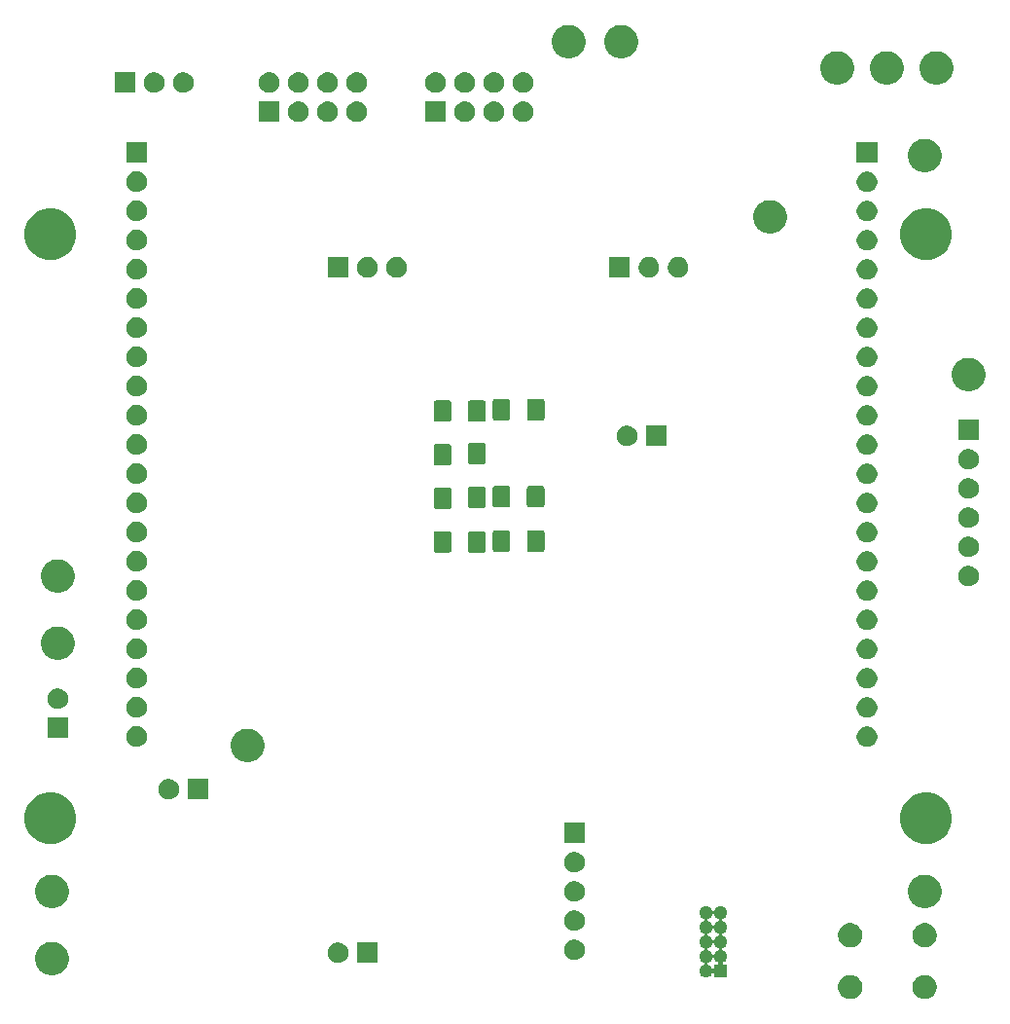
<source format=gbr>
G04 #@! TF.GenerationSoftware,KiCad,Pcbnew,5.1.5-52549c5~86~ubuntu18.04.1*
G04 #@! TF.CreationDate,2020-05-08T12:09:20-07:00*
G04 #@! TF.ProjectId,Extention Boards,45787465-6e74-4696-9f6e-20426f617264,rev?*
G04 #@! TF.SameCoordinates,Original*
G04 #@! TF.FileFunction,Soldermask,Bot*
G04 #@! TF.FilePolarity,Negative*
%FSLAX46Y46*%
G04 Gerber Fmt 4.6, Leading zero omitted, Abs format (unit mm)*
G04 Created by KiCad (PCBNEW 5.1.5-52549c5~86~ubuntu18.04.1) date 2020-05-08 12:09:20*
%MOMM*%
%LPD*%
G04 APERTURE LIST*
%ADD10C,0.100000*%
G04 APERTURE END LIST*
D10*
G36*
X221286564Y-148269389D02*
G01*
X221477833Y-148348615D01*
X221477835Y-148348616D01*
X221649973Y-148463635D01*
X221796365Y-148610027D01*
X221911385Y-148782167D01*
X221990611Y-148973436D01*
X222031000Y-149176484D01*
X222031000Y-149383516D01*
X221990611Y-149586564D01*
X221911385Y-149777833D01*
X221911384Y-149777835D01*
X221796365Y-149949973D01*
X221649973Y-150096365D01*
X221477835Y-150211384D01*
X221477834Y-150211385D01*
X221477833Y-150211385D01*
X221286564Y-150290611D01*
X221083516Y-150331000D01*
X220876484Y-150331000D01*
X220673436Y-150290611D01*
X220482167Y-150211385D01*
X220482166Y-150211385D01*
X220482165Y-150211384D01*
X220310027Y-150096365D01*
X220163635Y-149949973D01*
X220048616Y-149777835D01*
X220048615Y-149777833D01*
X219969389Y-149586564D01*
X219929000Y-149383516D01*
X219929000Y-149176484D01*
X219969389Y-148973436D01*
X220048615Y-148782167D01*
X220163635Y-148610027D01*
X220310027Y-148463635D01*
X220482165Y-148348616D01*
X220482167Y-148348615D01*
X220673436Y-148269389D01*
X220876484Y-148229000D01*
X221083516Y-148229000D01*
X221286564Y-148269389D01*
G37*
G36*
X214786564Y-148269389D02*
G01*
X214977833Y-148348615D01*
X214977835Y-148348616D01*
X215149973Y-148463635D01*
X215296365Y-148610027D01*
X215411385Y-148782167D01*
X215490611Y-148973436D01*
X215531000Y-149176484D01*
X215531000Y-149383516D01*
X215490611Y-149586564D01*
X215411385Y-149777833D01*
X215411384Y-149777835D01*
X215296365Y-149949973D01*
X215149973Y-150096365D01*
X214977835Y-150211384D01*
X214977834Y-150211385D01*
X214977833Y-150211385D01*
X214786564Y-150290611D01*
X214583516Y-150331000D01*
X214376484Y-150331000D01*
X214173436Y-150290611D01*
X213982167Y-150211385D01*
X213982166Y-150211385D01*
X213982165Y-150211384D01*
X213810027Y-150096365D01*
X213663635Y-149949973D01*
X213548616Y-149777835D01*
X213548615Y-149777833D01*
X213469389Y-149586564D01*
X213429000Y-149383516D01*
X213429000Y-149176484D01*
X213469389Y-148973436D01*
X213548615Y-148782167D01*
X213663635Y-148610027D01*
X213810027Y-148463635D01*
X213982165Y-148348616D01*
X213982167Y-148348615D01*
X214173436Y-148269389D01*
X214376484Y-148229000D01*
X214583516Y-148229000D01*
X214786564Y-148269389D01*
G37*
G36*
X202098341Y-142276594D02*
G01*
X202198615Y-142318129D01*
X202198616Y-142318130D01*
X202288862Y-142378430D01*
X202365610Y-142455178D01*
X202365611Y-142455180D01*
X202425911Y-142545425D01*
X202457136Y-142620809D01*
X202468687Y-142642420D01*
X202484232Y-142661361D01*
X202503174Y-142676907D01*
X202524785Y-142688458D01*
X202548234Y-142695571D01*
X202572620Y-142697973D01*
X202597006Y-142695571D01*
X202620455Y-142688458D01*
X202642066Y-142676907D01*
X202661007Y-142661362D01*
X202676553Y-142642420D01*
X202688104Y-142620809D01*
X202719329Y-142545425D01*
X202779629Y-142455180D01*
X202779630Y-142455178D01*
X202856378Y-142378430D01*
X202946624Y-142318130D01*
X202946625Y-142318129D01*
X203046899Y-142276594D01*
X203153350Y-142255420D01*
X203261890Y-142255420D01*
X203368341Y-142276594D01*
X203468615Y-142318129D01*
X203468616Y-142318130D01*
X203558862Y-142378430D01*
X203635610Y-142455178D01*
X203635611Y-142455180D01*
X203695911Y-142545425D01*
X203737446Y-142645699D01*
X203758620Y-142752150D01*
X203758620Y-142860690D01*
X203737446Y-142967141D01*
X203695911Y-143067415D01*
X203695910Y-143067416D01*
X203635610Y-143157662D01*
X203558862Y-143234410D01*
X203513432Y-143264765D01*
X203468615Y-143294711D01*
X203393231Y-143325936D01*
X203371620Y-143337487D01*
X203352679Y-143353032D01*
X203337133Y-143371974D01*
X203325582Y-143393585D01*
X203318469Y-143417034D01*
X203316067Y-143441420D01*
X203318469Y-143465806D01*
X203325582Y-143489255D01*
X203337133Y-143510866D01*
X203352678Y-143529807D01*
X203371620Y-143545353D01*
X203393231Y-143556904D01*
X203468615Y-143588129D01*
X203468616Y-143588130D01*
X203558862Y-143648430D01*
X203635610Y-143725178D01*
X203665151Y-143769389D01*
X203695911Y-143815425D01*
X203737446Y-143915699D01*
X203758620Y-144022150D01*
X203758620Y-144130690D01*
X203737446Y-144237141D01*
X203695911Y-144337415D01*
X203695910Y-144337416D01*
X203635610Y-144427662D01*
X203558862Y-144504410D01*
X203513432Y-144534765D01*
X203468615Y-144564711D01*
X203393231Y-144595936D01*
X203371620Y-144607487D01*
X203352679Y-144623032D01*
X203337133Y-144641974D01*
X203325582Y-144663585D01*
X203318469Y-144687034D01*
X203316067Y-144711420D01*
X203318469Y-144735806D01*
X203325582Y-144759255D01*
X203337133Y-144780866D01*
X203352678Y-144799807D01*
X203371620Y-144815353D01*
X203393231Y-144826904D01*
X203468615Y-144858129D01*
X203468616Y-144858130D01*
X203558862Y-144918430D01*
X203635610Y-144995178D01*
X203635611Y-144995180D01*
X203695911Y-145085425D01*
X203737446Y-145185699D01*
X203758620Y-145292150D01*
X203758620Y-145400690D01*
X203737446Y-145507141D01*
X203695911Y-145607415D01*
X203695910Y-145607416D01*
X203635610Y-145697662D01*
X203558862Y-145774410D01*
X203534617Y-145790610D01*
X203468615Y-145834711D01*
X203393231Y-145865936D01*
X203371620Y-145877487D01*
X203352679Y-145893032D01*
X203337133Y-145911974D01*
X203325582Y-145933585D01*
X203318469Y-145957034D01*
X203316067Y-145981420D01*
X203318469Y-146005806D01*
X203325582Y-146029255D01*
X203337133Y-146050866D01*
X203352678Y-146069807D01*
X203371620Y-146085353D01*
X203393231Y-146096904D01*
X203468615Y-146128129D01*
X203468616Y-146128130D01*
X203558862Y-146188430D01*
X203635610Y-146265178D01*
X203635611Y-146265180D01*
X203695911Y-146355425D01*
X203737446Y-146455699D01*
X203758620Y-146562150D01*
X203758620Y-146670690D01*
X203737446Y-146777141D01*
X203695911Y-146877415D01*
X203669879Y-146916375D01*
X203635610Y-146967662D01*
X203558862Y-147044410D01*
X203527436Y-147065408D01*
X203465956Y-147106488D01*
X203447014Y-147122034D01*
X203431469Y-147140976D01*
X203419918Y-147162587D01*
X203412805Y-147186035D01*
X203410403Y-147210422D01*
X203412805Y-147234808D01*
X203419918Y-147258257D01*
X203431469Y-147279867D01*
X203447015Y-147298809D01*
X203465957Y-147314354D01*
X203487568Y-147325905D01*
X203511016Y-147333018D01*
X203535402Y-147335420D01*
X203758620Y-147335420D01*
X203758620Y-148437420D01*
X202656620Y-148437420D01*
X202656620Y-148214202D01*
X202654218Y-148189816D01*
X202647105Y-148166367D01*
X202635554Y-148144756D01*
X202620009Y-148125814D01*
X202601067Y-148110269D01*
X202579456Y-148098718D01*
X202556007Y-148091605D01*
X202531621Y-148089203D01*
X202507235Y-148091605D01*
X202483786Y-148098718D01*
X202462175Y-148110269D01*
X202443233Y-148125814D01*
X202427688Y-148144756D01*
X202386608Y-148206236D01*
X202365610Y-148237662D01*
X202288862Y-148314410D01*
X202243432Y-148344765D01*
X202198615Y-148374711D01*
X202098341Y-148416246D01*
X201991890Y-148437420D01*
X201883350Y-148437420D01*
X201776899Y-148416246D01*
X201676625Y-148374711D01*
X201631808Y-148344765D01*
X201586378Y-148314410D01*
X201509630Y-148237662D01*
X201477661Y-148189816D01*
X201449329Y-148147415D01*
X201407794Y-148047141D01*
X201386620Y-147940690D01*
X201386620Y-147832150D01*
X201407794Y-147725699D01*
X201449329Y-147625425D01*
X201509629Y-147535180D01*
X201509630Y-147535178D01*
X201586378Y-147458430D01*
X201676624Y-147398130D01*
X201676625Y-147398129D01*
X201752009Y-147366904D01*
X201773620Y-147355353D01*
X201792561Y-147339808D01*
X201808107Y-147320866D01*
X201819658Y-147299255D01*
X201826771Y-147275806D01*
X201829173Y-147251420D01*
X202046067Y-147251420D01*
X202048469Y-147275806D01*
X202055582Y-147299255D01*
X202067133Y-147320866D01*
X202082678Y-147339807D01*
X202101620Y-147355353D01*
X202123231Y-147366904D01*
X202198615Y-147398129D01*
X202198616Y-147398130D01*
X202288862Y-147458430D01*
X202365610Y-147535178D01*
X202365611Y-147535180D01*
X202427688Y-147628084D01*
X202443234Y-147647026D01*
X202462176Y-147662571D01*
X202483787Y-147674122D01*
X202507235Y-147681235D01*
X202531622Y-147683637D01*
X202556008Y-147681235D01*
X202579457Y-147674122D01*
X202601067Y-147662571D01*
X202620009Y-147647025D01*
X202635554Y-147628083D01*
X202647105Y-147606472D01*
X202654218Y-147583024D01*
X202656620Y-147558638D01*
X202656620Y-147335420D01*
X202879838Y-147335420D01*
X202904224Y-147333018D01*
X202927673Y-147325905D01*
X202949284Y-147314354D01*
X202968226Y-147298809D01*
X202983771Y-147279867D01*
X202995322Y-147258256D01*
X203002435Y-147234807D01*
X203004837Y-147210421D01*
X203002435Y-147186035D01*
X202995322Y-147162586D01*
X202983771Y-147140975D01*
X202968226Y-147122033D01*
X202949284Y-147106488D01*
X202887804Y-147065408D01*
X202856378Y-147044410D01*
X202779630Y-146967662D01*
X202745361Y-146916375D01*
X202719329Y-146877415D01*
X202688104Y-146802031D01*
X202676553Y-146780420D01*
X202661008Y-146761479D01*
X202642066Y-146745933D01*
X202620455Y-146734382D01*
X202597006Y-146727269D01*
X202572620Y-146724867D01*
X202548234Y-146727269D01*
X202524785Y-146734382D01*
X202503174Y-146745933D01*
X202484233Y-146761478D01*
X202468687Y-146780420D01*
X202457136Y-146802031D01*
X202425911Y-146877415D01*
X202399879Y-146916375D01*
X202365610Y-146967662D01*
X202288862Y-147044410D01*
X202243432Y-147074765D01*
X202198615Y-147104711D01*
X202123231Y-147135936D01*
X202101620Y-147147487D01*
X202082679Y-147163032D01*
X202067133Y-147181974D01*
X202055582Y-147203585D01*
X202048469Y-147227034D01*
X202046067Y-147251420D01*
X201829173Y-147251420D01*
X201826771Y-147227034D01*
X201819658Y-147203585D01*
X201808107Y-147181974D01*
X201792562Y-147163033D01*
X201773620Y-147147487D01*
X201752009Y-147135936D01*
X201676625Y-147104711D01*
X201631808Y-147074765D01*
X201586378Y-147044410D01*
X201509630Y-146967662D01*
X201475361Y-146916375D01*
X201449329Y-146877415D01*
X201407794Y-146777141D01*
X201386620Y-146670690D01*
X201386620Y-146562150D01*
X201407794Y-146455699D01*
X201449329Y-146355425D01*
X201509629Y-146265180D01*
X201509630Y-146265178D01*
X201586378Y-146188430D01*
X201676624Y-146128130D01*
X201676625Y-146128129D01*
X201752009Y-146096904D01*
X201773620Y-146085353D01*
X201792561Y-146069808D01*
X201808107Y-146050866D01*
X201819658Y-146029255D01*
X201826771Y-146005806D01*
X201829173Y-145981420D01*
X202046067Y-145981420D01*
X202048469Y-146005806D01*
X202055582Y-146029255D01*
X202067133Y-146050866D01*
X202082678Y-146069807D01*
X202101620Y-146085353D01*
X202123231Y-146096904D01*
X202198615Y-146128129D01*
X202198616Y-146128130D01*
X202288862Y-146188430D01*
X202365610Y-146265178D01*
X202365611Y-146265180D01*
X202425911Y-146355425D01*
X202457136Y-146430809D01*
X202468687Y-146452420D01*
X202484232Y-146471361D01*
X202503174Y-146486907D01*
X202524785Y-146498458D01*
X202548234Y-146505571D01*
X202572620Y-146507973D01*
X202597006Y-146505571D01*
X202620455Y-146498458D01*
X202642066Y-146486907D01*
X202661007Y-146471362D01*
X202676553Y-146452420D01*
X202688104Y-146430809D01*
X202719329Y-146355425D01*
X202779629Y-146265180D01*
X202779630Y-146265178D01*
X202856378Y-146188430D01*
X202946624Y-146128130D01*
X202946625Y-146128129D01*
X203022009Y-146096904D01*
X203043620Y-146085353D01*
X203062561Y-146069808D01*
X203078107Y-146050866D01*
X203089658Y-146029255D01*
X203096771Y-146005806D01*
X203099173Y-145981420D01*
X203096771Y-145957034D01*
X203089658Y-145933585D01*
X203078107Y-145911974D01*
X203062562Y-145893033D01*
X203043620Y-145877487D01*
X203022009Y-145865936D01*
X202946625Y-145834711D01*
X202880623Y-145790610D01*
X202856378Y-145774410D01*
X202779630Y-145697662D01*
X202719330Y-145607416D01*
X202719329Y-145607415D01*
X202688104Y-145532031D01*
X202676553Y-145510420D01*
X202661008Y-145491479D01*
X202642066Y-145475933D01*
X202620455Y-145464382D01*
X202597006Y-145457269D01*
X202572620Y-145454867D01*
X202548234Y-145457269D01*
X202524785Y-145464382D01*
X202503174Y-145475933D01*
X202484233Y-145491478D01*
X202468687Y-145510420D01*
X202457136Y-145532031D01*
X202425911Y-145607415D01*
X202425910Y-145607416D01*
X202365610Y-145697662D01*
X202288862Y-145774410D01*
X202264617Y-145790610D01*
X202198615Y-145834711D01*
X202123231Y-145865936D01*
X202101620Y-145877487D01*
X202082679Y-145893032D01*
X202067133Y-145911974D01*
X202055582Y-145933585D01*
X202048469Y-145957034D01*
X202046067Y-145981420D01*
X201829173Y-145981420D01*
X201826771Y-145957034D01*
X201819658Y-145933585D01*
X201808107Y-145911974D01*
X201792562Y-145893033D01*
X201773620Y-145877487D01*
X201752009Y-145865936D01*
X201676625Y-145834711D01*
X201610623Y-145790610D01*
X201586378Y-145774410D01*
X201509630Y-145697662D01*
X201449330Y-145607416D01*
X201449329Y-145607415D01*
X201407794Y-145507141D01*
X201386620Y-145400690D01*
X201386620Y-145292150D01*
X201407794Y-145185699D01*
X201449329Y-145085425D01*
X201509629Y-144995180D01*
X201509630Y-144995178D01*
X201586378Y-144918430D01*
X201676624Y-144858130D01*
X201676625Y-144858129D01*
X201752009Y-144826904D01*
X201773620Y-144815353D01*
X201792561Y-144799808D01*
X201808107Y-144780866D01*
X201819658Y-144759255D01*
X201826771Y-144735806D01*
X201829173Y-144711420D01*
X202046067Y-144711420D01*
X202048469Y-144735806D01*
X202055582Y-144759255D01*
X202067133Y-144780866D01*
X202082678Y-144799807D01*
X202101620Y-144815353D01*
X202123231Y-144826904D01*
X202198615Y-144858129D01*
X202198616Y-144858130D01*
X202288862Y-144918430D01*
X202365610Y-144995178D01*
X202365611Y-144995180D01*
X202425911Y-145085425D01*
X202457136Y-145160809D01*
X202468687Y-145182420D01*
X202484232Y-145201361D01*
X202503174Y-145216907D01*
X202524785Y-145228458D01*
X202548234Y-145235571D01*
X202572620Y-145237973D01*
X202597006Y-145235571D01*
X202620455Y-145228458D01*
X202642066Y-145216907D01*
X202661007Y-145201362D01*
X202676553Y-145182420D01*
X202688104Y-145160809D01*
X202719329Y-145085425D01*
X202779629Y-144995180D01*
X202779630Y-144995178D01*
X202856378Y-144918430D01*
X202946624Y-144858130D01*
X202946625Y-144858129D01*
X203022009Y-144826904D01*
X203043620Y-144815353D01*
X203062561Y-144799808D01*
X203078107Y-144780866D01*
X203089658Y-144759255D01*
X203096771Y-144735806D01*
X203099173Y-144711420D01*
X203096771Y-144687034D01*
X203089658Y-144663585D01*
X203078107Y-144641974D01*
X203062562Y-144623033D01*
X203043620Y-144607487D01*
X203022009Y-144595936D01*
X202946625Y-144564711D01*
X202901808Y-144534765D01*
X202856378Y-144504410D01*
X202779630Y-144427662D01*
X202719330Y-144337416D01*
X202719329Y-144337415D01*
X202688104Y-144262031D01*
X202676553Y-144240420D01*
X202661008Y-144221479D01*
X202642066Y-144205933D01*
X202620455Y-144194382D01*
X202597006Y-144187269D01*
X202572620Y-144184867D01*
X202548234Y-144187269D01*
X202524785Y-144194382D01*
X202503174Y-144205933D01*
X202484233Y-144221478D01*
X202468687Y-144240420D01*
X202457136Y-144262031D01*
X202425911Y-144337415D01*
X202425910Y-144337416D01*
X202365610Y-144427662D01*
X202288862Y-144504410D01*
X202243432Y-144534765D01*
X202198615Y-144564711D01*
X202123231Y-144595936D01*
X202101620Y-144607487D01*
X202082679Y-144623032D01*
X202067133Y-144641974D01*
X202055582Y-144663585D01*
X202048469Y-144687034D01*
X202046067Y-144711420D01*
X201829173Y-144711420D01*
X201826771Y-144687034D01*
X201819658Y-144663585D01*
X201808107Y-144641974D01*
X201792562Y-144623033D01*
X201773620Y-144607487D01*
X201752009Y-144595936D01*
X201676625Y-144564711D01*
X201631808Y-144534765D01*
X201586378Y-144504410D01*
X201509630Y-144427662D01*
X201449330Y-144337416D01*
X201449329Y-144337415D01*
X201407794Y-144237141D01*
X201386620Y-144130690D01*
X201386620Y-144022150D01*
X201407794Y-143915699D01*
X201449329Y-143815425D01*
X201480089Y-143769389D01*
X201509630Y-143725178D01*
X201586378Y-143648430D01*
X201676624Y-143588130D01*
X201676625Y-143588129D01*
X201752009Y-143556904D01*
X201773620Y-143545353D01*
X201792561Y-143529808D01*
X201808107Y-143510866D01*
X201819658Y-143489255D01*
X201826771Y-143465806D01*
X201829173Y-143441420D01*
X202046067Y-143441420D01*
X202048469Y-143465806D01*
X202055582Y-143489255D01*
X202067133Y-143510866D01*
X202082678Y-143529807D01*
X202101620Y-143545353D01*
X202123231Y-143556904D01*
X202198615Y-143588129D01*
X202198616Y-143588130D01*
X202288862Y-143648430D01*
X202365610Y-143725178D01*
X202395151Y-143769389D01*
X202425911Y-143815425D01*
X202457136Y-143890809D01*
X202468687Y-143912420D01*
X202484232Y-143931361D01*
X202503174Y-143946907D01*
X202524785Y-143958458D01*
X202548234Y-143965571D01*
X202572620Y-143967973D01*
X202597006Y-143965571D01*
X202620455Y-143958458D01*
X202642066Y-143946907D01*
X202661007Y-143931362D01*
X202676553Y-143912420D01*
X202688104Y-143890809D01*
X202719329Y-143815425D01*
X202750089Y-143769389D01*
X202779630Y-143725178D01*
X202856378Y-143648430D01*
X202946624Y-143588130D01*
X202946625Y-143588129D01*
X203022009Y-143556904D01*
X203043620Y-143545353D01*
X203062561Y-143529808D01*
X203078107Y-143510866D01*
X203089658Y-143489255D01*
X203096771Y-143465806D01*
X203099173Y-143441420D01*
X203096771Y-143417034D01*
X203089658Y-143393585D01*
X203078107Y-143371974D01*
X203062562Y-143353033D01*
X203043620Y-143337487D01*
X203022009Y-143325936D01*
X202946625Y-143294711D01*
X202901808Y-143264765D01*
X202856378Y-143234410D01*
X202779630Y-143157662D01*
X202719330Y-143067416D01*
X202719329Y-143067415D01*
X202688104Y-142992031D01*
X202676553Y-142970420D01*
X202661008Y-142951479D01*
X202642066Y-142935933D01*
X202620455Y-142924382D01*
X202597006Y-142917269D01*
X202572620Y-142914867D01*
X202548234Y-142917269D01*
X202524785Y-142924382D01*
X202503174Y-142935933D01*
X202484233Y-142951478D01*
X202468687Y-142970420D01*
X202457136Y-142992031D01*
X202425911Y-143067415D01*
X202425910Y-143067416D01*
X202365610Y-143157662D01*
X202288862Y-143234410D01*
X202243432Y-143264765D01*
X202198615Y-143294711D01*
X202123231Y-143325936D01*
X202101620Y-143337487D01*
X202082679Y-143353032D01*
X202067133Y-143371974D01*
X202055582Y-143393585D01*
X202048469Y-143417034D01*
X202046067Y-143441420D01*
X201829173Y-143441420D01*
X201826771Y-143417034D01*
X201819658Y-143393585D01*
X201808107Y-143371974D01*
X201792562Y-143353033D01*
X201773620Y-143337487D01*
X201752009Y-143325936D01*
X201676625Y-143294711D01*
X201631808Y-143264765D01*
X201586378Y-143234410D01*
X201509630Y-143157662D01*
X201449330Y-143067416D01*
X201449329Y-143067415D01*
X201407794Y-142967141D01*
X201386620Y-142860690D01*
X201386620Y-142752150D01*
X201407794Y-142645699D01*
X201449329Y-142545425D01*
X201509629Y-142455180D01*
X201509630Y-142455178D01*
X201586378Y-142378430D01*
X201676624Y-142318130D01*
X201676625Y-142318129D01*
X201776899Y-142276594D01*
X201883350Y-142255420D01*
X201991890Y-142255420D01*
X202098341Y-142276594D01*
G37*
G36*
X145457241Y-145416760D02*
G01*
X145721305Y-145526139D01*
X145958958Y-145684934D01*
X146161066Y-145887042D01*
X146319861Y-146124695D01*
X146429240Y-146388759D01*
X146485000Y-146669088D01*
X146485000Y-146954912D01*
X146429240Y-147235241D01*
X146319861Y-147499305D01*
X146161066Y-147736958D01*
X145958958Y-147939066D01*
X145721305Y-148097861D01*
X145457241Y-148207240D01*
X145176912Y-148263000D01*
X144891088Y-148263000D01*
X144610759Y-148207240D01*
X144346695Y-148097861D01*
X144109042Y-147939066D01*
X143906934Y-147736958D01*
X143748139Y-147499305D01*
X143638760Y-147235241D01*
X143583000Y-146954912D01*
X143583000Y-146669088D01*
X143638760Y-146388759D01*
X143748139Y-146124695D01*
X143906934Y-145887042D01*
X144109042Y-145684934D01*
X144346695Y-145526139D01*
X144610759Y-145416760D01*
X144891088Y-145361000D01*
X145176912Y-145361000D01*
X145457241Y-145416760D01*
G37*
G36*
X173367000Y-147205000D02*
G01*
X171565000Y-147205000D01*
X171565000Y-145403000D01*
X173367000Y-145403000D01*
X173367000Y-147205000D01*
G37*
G36*
X170039512Y-145407927D02*
G01*
X170188812Y-145437624D01*
X170352784Y-145505544D01*
X170500354Y-145604147D01*
X170625853Y-145729646D01*
X170724456Y-145877216D01*
X170792376Y-146041188D01*
X170827000Y-146215259D01*
X170827000Y-146392741D01*
X170792376Y-146566812D01*
X170724456Y-146730784D01*
X170625853Y-146878354D01*
X170500354Y-147003853D01*
X170352784Y-147102456D01*
X170188812Y-147170376D01*
X170039512Y-147200073D01*
X170014742Y-147205000D01*
X169837258Y-147205000D01*
X169812488Y-147200073D01*
X169663188Y-147170376D01*
X169499216Y-147102456D01*
X169351646Y-147003853D01*
X169226147Y-146878354D01*
X169127544Y-146730784D01*
X169059624Y-146566812D01*
X169025000Y-146392741D01*
X169025000Y-146215259D01*
X169059624Y-146041188D01*
X169127544Y-145877216D01*
X169226147Y-145729646D01*
X169351646Y-145604147D01*
X169499216Y-145505544D01*
X169663188Y-145437624D01*
X169812488Y-145407927D01*
X169837258Y-145403000D01*
X170014742Y-145403000D01*
X170039512Y-145407927D01*
G37*
G36*
X190613512Y-145153927D02*
G01*
X190762812Y-145183624D01*
X190926784Y-145251544D01*
X191074354Y-145350147D01*
X191199853Y-145475646D01*
X191298456Y-145623216D01*
X191366376Y-145787188D01*
X191401000Y-145961259D01*
X191401000Y-146138741D01*
X191366376Y-146312812D01*
X191298456Y-146476784D01*
X191199853Y-146624354D01*
X191074354Y-146749853D01*
X190926784Y-146848456D01*
X190762812Y-146916376D01*
X190613512Y-146946073D01*
X190588742Y-146951000D01*
X190411258Y-146951000D01*
X190386488Y-146946073D01*
X190237188Y-146916376D01*
X190073216Y-146848456D01*
X189925646Y-146749853D01*
X189800147Y-146624354D01*
X189701544Y-146476784D01*
X189633624Y-146312812D01*
X189599000Y-146138741D01*
X189599000Y-145961259D01*
X189633624Y-145787188D01*
X189701544Y-145623216D01*
X189800147Y-145475646D01*
X189925646Y-145350147D01*
X190073216Y-145251544D01*
X190237188Y-145183624D01*
X190386488Y-145153927D01*
X190411258Y-145149000D01*
X190588742Y-145149000D01*
X190613512Y-145153927D01*
G37*
G36*
X214786564Y-143769389D02*
G01*
X214977833Y-143848615D01*
X214977835Y-143848616D01*
X215149973Y-143963635D01*
X215296365Y-144110027D01*
X215363067Y-144209853D01*
X215411385Y-144282167D01*
X215490611Y-144473436D01*
X215531000Y-144676484D01*
X215531000Y-144883516D01*
X215490611Y-145086564D01*
X215422274Y-145251544D01*
X215411384Y-145277835D01*
X215296365Y-145449973D01*
X215149973Y-145596365D01*
X214977835Y-145711384D01*
X214977834Y-145711385D01*
X214977833Y-145711385D01*
X214786564Y-145790611D01*
X214583516Y-145831000D01*
X214376484Y-145831000D01*
X214173436Y-145790611D01*
X213982167Y-145711385D01*
X213982166Y-145711385D01*
X213982165Y-145711384D01*
X213810027Y-145596365D01*
X213663635Y-145449973D01*
X213548616Y-145277835D01*
X213537726Y-145251544D01*
X213469389Y-145086564D01*
X213429000Y-144883516D01*
X213429000Y-144676484D01*
X213469389Y-144473436D01*
X213548615Y-144282167D01*
X213596934Y-144209853D01*
X213663635Y-144110027D01*
X213810027Y-143963635D01*
X213982165Y-143848616D01*
X213982167Y-143848615D01*
X214173436Y-143769389D01*
X214376484Y-143729000D01*
X214583516Y-143729000D01*
X214786564Y-143769389D01*
G37*
G36*
X221286564Y-143769389D02*
G01*
X221477833Y-143848615D01*
X221477835Y-143848616D01*
X221649973Y-143963635D01*
X221796365Y-144110027D01*
X221863067Y-144209853D01*
X221911385Y-144282167D01*
X221990611Y-144473436D01*
X222031000Y-144676484D01*
X222031000Y-144883516D01*
X221990611Y-145086564D01*
X221922274Y-145251544D01*
X221911384Y-145277835D01*
X221796365Y-145449973D01*
X221649973Y-145596365D01*
X221477835Y-145711384D01*
X221477834Y-145711385D01*
X221477833Y-145711385D01*
X221286564Y-145790611D01*
X221083516Y-145831000D01*
X220876484Y-145831000D01*
X220673436Y-145790611D01*
X220482167Y-145711385D01*
X220482166Y-145711385D01*
X220482165Y-145711384D01*
X220310027Y-145596365D01*
X220163635Y-145449973D01*
X220048616Y-145277835D01*
X220037726Y-145251544D01*
X219969389Y-145086564D01*
X219929000Y-144883516D01*
X219929000Y-144676484D01*
X219969389Y-144473436D01*
X220048615Y-144282167D01*
X220096934Y-144209853D01*
X220163635Y-144110027D01*
X220310027Y-143963635D01*
X220482165Y-143848616D01*
X220482167Y-143848615D01*
X220673436Y-143769389D01*
X220876484Y-143729000D01*
X221083516Y-143729000D01*
X221286564Y-143769389D01*
G37*
G36*
X190613512Y-142613927D02*
G01*
X190762812Y-142643624D01*
X190926784Y-142711544D01*
X191074354Y-142810147D01*
X191199853Y-142935646D01*
X191298456Y-143083216D01*
X191366376Y-143247188D01*
X191401000Y-143421259D01*
X191401000Y-143598741D01*
X191366376Y-143772812D01*
X191298456Y-143936784D01*
X191199853Y-144084354D01*
X191074354Y-144209853D01*
X190926784Y-144308456D01*
X190762812Y-144376376D01*
X190613512Y-144406073D01*
X190588742Y-144411000D01*
X190411258Y-144411000D01*
X190386488Y-144406073D01*
X190237188Y-144376376D01*
X190073216Y-144308456D01*
X189925646Y-144209853D01*
X189800147Y-144084354D01*
X189701544Y-143936784D01*
X189633624Y-143772812D01*
X189599000Y-143598741D01*
X189599000Y-143421259D01*
X189633624Y-143247188D01*
X189701544Y-143083216D01*
X189800147Y-142935646D01*
X189925646Y-142810147D01*
X190073216Y-142711544D01*
X190237188Y-142643624D01*
X190386488Y-142613927D01*
X190411258Y-142609000D01*
X190588742Y-142609000D01*
X190613512Y-142613927D01*
G37*
G36*
X221403241Y-139574760D02*
G01*
X221667305Y-139684139D01*
X221904958Y-139842934D01*
X222107066Y-140045042D01*
X222265861Y-140282695D01*
X222375240Y-140546759D01*
X222431000Y-140827088D01*
X222431000Y-141112912D01*
X222375240Y-141393241D01*
X222265861Y-141657305D01*
X222107066Y-141894958D01*
X221904958Y-142097066D01*
X221667305Y-142255861D01*
X221403241Y-142365240D01*
X221122912Y-142421000D01*
X220837088Y-142421000D01*
X220556759Y-142365240D01*
X220292695Y-142255861D01*
X220055042Y-142097066D01*
X219852934Y-141894958D01*
X219694139Y-141657305D01*
X219584760Y-141393241D01*
X219529000Y-141112912D01*
X219529000Y-140827088D01*
X219584760Y-140546759D01*
X219694139Y-140282695D01*
X219852934Y-140045042D01*
X220055042Y-139842934D01*
X220292695Y-139684139D01*
X220556759Y-139574760D01*
X220837088Y-139519000D01*
X221122912Y-139519000D01*
X221403241Y-139574760D01*
G37*
G36*
X145457241Y-139574760D02*
G01*
X145721305Y-139684139D01*
X145958958Y-139842934D01*
X146161066Y-140045042D01*
X146319861Y-140282695D01*
X146429240Y-140546759D01*
X146485000Y-140827088D01*
X146485000Y-141112912D01*
X146429240Y-141393241D01*
X146319861Y-141657305D01*
X146161066Y-141894958D01*
X145958958Y-142097066D01*
X145721305Y-142255861D01*
X145457241Y-142365240D01*
X145176912Y-142421000D01*
X144891088Y-142421000D01*
X144610759Y-142365240D01*
X144346695Y-142255861D01*
X144109042Y-142097066D01*
X143906934Y-141894958D01*
X143748139Y-141657305D01*
X143638760Y-141393241D01*
X143583000Y-141112912D01*
X143583000Y-140827088D01*
X143638760Y-140546759D01*
X143748139Y-140282695D01*
X143906934Y-140045042D01*
X144109042Y-139842934D01*
X144346695Y-139684139D01*
X144610759Y-139574760D01*
X144891088Y-139519000D01*
X145176912Y-139519000D01*
X145457241Y-139574760D01*
G37*
G36*
X190613512Y-140073927D02*
G01*
X190762812Y-140103624D01*
X190926784Y-140171544D01*
X191074354Y-140270147D01*
X191199853Y-140395646D01*
X191298456Y-140543216D01*
X191366376Y-140707188D01*
X191401000Y-140881259D01*
X191401000Y-141058741D01*
X191366376Y-141232812D01*
X191298456Y-141396784D01*
X191199853Y-141544354D01*
X191074354Y-141669853D01*
X190926784Y-141768456D01*
X190762812Y-141836376D01*
X190613512Y-141866073D01*
X190588742Y-141871000D01*
X190411258Y-141871000D01*
X190386488Y-141866073D01*
X190237188Y-141836376D01*
X190073216Y-141768456D01*
X189925646Y-141669853D01*
X189800147Y-141544354D01*
X189701544Y-141396784D01*
X189633624Y-141232812D01*
X189599000Y-141058741D01*
X189599000Y-140881259D01*
X189633624Y-140707188D01*
X189701544Y-140543216D01*
X189800147Y-140395646D01*
X189925646Y-140270147D01*
X190073216Y-140171544D01*
X190237188Y-140103624D01*
X190386488Y-140073927D01*
X190411258Y-140069000D01*
X190588742Y-140069000D01*
X190613512Y-140073927D01*
G37*
G36*
X190613512Y-137533927D02*
G01*
X190762812Y-137563624D01*
X190926784Y-137631544D01*
X191074354Y-137730147D01*
X191199853Y-137855646D01*
X191298456Y-138003216D01*
X191366376Y-138167188D01*
X191401000Y-138341259D01*
X191401000Y-138518741D01*
X191366376Y-138692812D01*
X191298456Y-138856784D01*
X191199853Y-139004354D01*
X191074354Y-139129853D01*
X190926784Y-139228456D01*
X190762812Y-139296376D01*
X190613512Y-139326073D01*
X190588742Y-139331000D01*
X190411258Y-139331000D01*
X190386488Y-139326073D01*
X190237188Y-139296376D01*
X190073216Y-139228456D01*
X189925646Y-139129853D01*
X189800147Y-139004354D01*
X189701544Y-138856784D01*
X189633624Y-138692812D01*
X189599000Y-138518741D01*
X189599000Y-138341259D01*
X189633624Y-138167188D01*
X189701544Y-138003216D01*
X189800147Y-137855646D01*
X189925646Y-137730147D01*
X190073216Y-137631544D01*
X190237188Y-137563624D01*
X190386488Y-137533927D01*
X190411258Y-137529000D01*
X190588742Y-137529000D01*
X190613512Y-137533927D01*
G37*
G36*
X145182880Y-132379776D02*
G01*
X145563593Y-132455504D01*
X145973249Y-132625189D01*
X146341929Y-132871534D01*
X146655466Y-133185071D01*
X146901811Y-133553751D01*
X147071496Y-133963407D01*
X147158000Y-134398296D01*
X147158000Y-134841704D01*
X147071496Y-135276593D01*
X146901811Y-135686249D01*
X146655466Y-136054929D01*
X146341929Y-136368466D01*
X145973249Y-136614811D01*
X145563593Y-136784496D01*
X145182880Y-136860224D01*
X145128705Y-136871000D01*
X144685295Y-136871000D01*
X144631120Y-136860224D01*
X144250407Y-136784496D01*
X143840751Y-136614811D01*
X143472071Y-136368466D01*
X143158534Y-136054929D01*
X142912189Y-135686249D01*
X142742504Y-135276593D01*
X142656000Y-134841704D01*
X142656000Y-134398296D01*
X142742504Y-133963407D01*
X142912189Y-133553751D01*
X143158534Y-133185071D01*
X143472071Y-132871534D01*
X143840751Y-132625189D01*
X144250407Y-132455504D01*
X144631120Y-132379776D01*
X144685295Y-132369000D01*
X145128705Y-132369000D01*
X145182880Y-132379776D01*
G37*
G36*
X221382880Y-132379776D02*
G01*
X221763593Y-132455504D01*
X222173249Y-132625189D01*
X222541929Y-132871534D01*
X222855466Y-133185071D01*
X223101811Y-133553751D01*
X223271496Y-133963407D01*
X223358000Y-134398296D01*
X223358000Y-134841704D01*
X223271496Y-135276593D01*
X223101811Y-135686249D01*
X222855466Y-136054929D01*
X222541929Y-136368466D01*
X222173249Y-136614811D01*
X221763593Y-136784496D01*
X221382880Y-136860224D01*
X221328705Y-136871000D01*
X220885295Y-136871000D01*
X220831120Y-136860224D01*
X220450407Y-136784496D01*
X220040751Y-136614811D01*
X219672071Y-136368466D01*
X219358534Y-136054929D01*
X219112189Y-135686249D01*
X218942504Y-135276593D01*
X218856000Y-134841704D01*
X218856000Y-134398296D01*
X218942504Y-133963407D01*
X219112189Y-133553751D01*
X219358534Y-133185071D01*
X219672071Y-132871534D01*
X220040751Y-132625189D01*
X220450407Y-132455504D01*
X220831120Y-132379776D01*
X220885295Y-132369000D01*
X221328705Y-132369000D01*
X221382880Y-132379776D01*
G37*
G36*
X191401000Y-136791000D02*
G01*
X189599000Y-136791000D01*
X189599000Y-134989000D01*
X191401000Y-134989000D01*
X191401000Y-136791000D01*
G37*
G36*
X155307512Y-131183927D02*
G01*
X155456812Y-131213624D01*
X155620784Y-131281544D01*
X155768354Y-131380147D01*
X155893853Y-131505646D01*
X155992456Y-131653216D01*
X156060376Y-131817188D01*
X156095000Y-131991259D01*
X156095000Y-132168741D01*
X156060376Y-132342812D01*
X155992456Y-132506784D01*
X155893853Y-132654354D01*
X155768354Y-132779853D01*
X155620784Y-132878456D01*
X155456812Y-132946376D01*
X155307512Y-132976073D01*
X155282742Y-132981000D01*
X155105258Y-132981000D01*
X155080488Y-132976073D01*
X154931188Y-132946376D01*
X154767216Y-132878456D01*
X154619646Y-132779853D01*
X154494147Y-132654354D01*
X154395544Y-132506784D01*
X154327624Y-132342812D01*
X154293000Y-132168741D01*
X154293000Y-131991259D01*
X154327624Y-131817188D01*
X154395544Y-131653216D01*
X154494147Y-131505646D01*
X154619646Y-131380147D01*
X154767216Y-131281544D01*
X154931188Y-131213624D01*
X155080488Y-131183927D01*
X155105258Y-131179000D01*
X155282742Y-131179000D01*
X155307512Y-131183927D01*
G37*
G36*
X158635000Y-132981000D02*
G01*
X156833000Y-132981000D01*
X156833000Y-131179000D01*
X158635000Y-131179000D01*
X158635000Y-132981000D01*
G37*
G36*
X162475241Y-126874760D02*
G01*
X162739305Y-126984139D01*
X162976958Y-127142934D01*
X163179066Y-127345042D01*
X163337861Y-127582695D01*
X163447240Y-127846759D01*
X163503000Y-128127088D01*
X163503000Y-128412912D01*
X163447240Y-128693241D01*
X163337861Y-128957305D01*
X163179066Y-129194958D01*
X162976958Y-129397066D01*
X162739305Y-129555861D01*
X162475241Y-129665240D01*
X162194912Y-129721000D01*
X161909088Y-129721000D01*
X161628759Y-129665240D01*
X161364695Y-129555861D01*
X161127042Y-129397066D01*
X160924934Y-129194958D01*
X160766139Y-128957305D01*
X160656760Y-128693241D01*
X160601000Y-128412912D01*
X160601000Y-128127088D01*
X160656760Y-127846759D01*
X160766139Y-127582695D01*
X160924934Y-127345042D01*
X161127042Y-127142934D01*
X161364695Y-126984139D01*
X161628759Y-126874760D01*
X161909088Y-126819000D01*
X162194912Y-126819000D01*
X162475241Y-126874760D01*
G37*
G36*
X216064312Y-126611927D02*
G01*
X216213612Y-126641624D01*
X216377584Y-126709544D01*
X216525154Y-126808147D01*
X216650653Y-126933646D01*
X216749256Y-127081216D01*
X216817176Y-127245188D01*
X216851800Y-127419259D01*
X216851800Y-127596741D01*
X216817176Y-127770812D01*
X216749256Y-127934784D01*
X216650653Y-128082354D01*
X216525154Y-128207853D01*
X216377584Y-128306456D01*
X216213612Y-128374376D01*
X216064312Y-128404073D01*
X216039542Y-128409000D01*
X215862058Y-128409000D01*
X215837288Y-128404073D01*
X215687988Y-128374376D01*
X215524016Y-128306456D01*
X215376446Y-128207853D01*
X215250947Y-128082354D01*
X215152344Y-127934784D01*
X215084424Y-127770812D01*
X215049800Y-127596741D01*
X215049800Y-127419259D01*
X215084424Y-127245188D01*
X215152344Y-127081216D01*
X215250947Y-126933646D01*
X215376446Y-126808147D01*
X215524016Y-126709544D01*
X215687988Y-126641624D01*
X215837288Y-126611927D01*
X215862058Y-126607000D01*
X216039542Y-126607000D01*
X216064312Y-126611927D01*
G37*
G36*
X152513512Y-126594147D02*
G01*
X152662812Y-126623844D01*
X152826784Y-126691764D01*
X152974354Y-126790367D01*
X153099853Y-126915866D01*
X153198456Y-127063436D01*
X153266376Y-127227408D01*
X153289774Y-127345041D01*
X153301000Y-127401478D01*
X153301000Y-127578962D01*
X153300257Y-127582695D01*
X153266376Y-127753032D01*
X153198456Y-127917004D01*
X153099853Y-128064574D01*
X152974354Y-128190073D01*
X152826784Y-128288676D01*
X152662812Y-128356596D01*
X152513512Y-128386293D01*
X152488742Y-128391220D01*
X152311258Y-128391220D01*
X152286488Y-128386293D01*
X152137188Y-128356596D01*
X151973216Y-128288676D01*
X151825646Y-128190073D01*
X151700147Y-128064574D01*
X151601544Y-127917004D01*
X151533624Y-127753032D01*
X151499743Y-127582695D01*
X151499000Y-127578962D01*
X151499000Y-127401478D01*
X151510226Y-127345041D01*
X151533624Y-127227408D01*
X151601544Y-127063436D01*
X151700147Y-126915866D01*
X151825646Y-126790367D01*
X151973216Y-126691764D01*
X152137188Y-126623844D01*
X152286488Y-126594147D01*
X152311258Y-126589220D01*
X152488742Y-126589220D01*
X152513512Y-126594147D01*
G37*
G36*
X146443000Y-127647000D02*
G01*
X144641000Y-127647000D01*
X144641000Y-125845000D01*
X146443000Y-125845000D01*
X146443000Y-127647000D01*
G37*
G36*
X216064312Y-124071927D02*
G01*
X216213612Y-124101624D01*
X216377584Y-124169544D01*
X216525154Y-124268147D01*
X216650653Y-124393646D01*
X216749256Y-124541216D01*
X216817176Y-124705188D01*
X216851800Y-124879259D01*
X216851800Y-125056741D01*
X216817176Y-125230812D01*
X216749256Y-125394784D01*
X216650653Y-125542354D01*
X216525154Y-125667853D01*
X216377584Y-125766456D01*
X216213612Y-125834376D01*
X216064312Y-125864073D01*
X216039542Y-125869000D01*
X215862058Y-125869000D01*
X215837288Y-125864073D01*
X215687988Y-125834376D01*
X215524016Y-125766456D01*
X215376446Y-125667853D01*
X215250947Y-125542354D01*
X215152344Y-125394784D01*
X215084424Y-125230812D01*
X215049800Y-125056741D01*
X215049800Y-124879259D01*
X215084424Y-124705188D01*
X215152344Y-124541216D01*
X215250947Y-124393646D01*
X215376446Y-124268147D01*
X215524016Y-124169544D01*
X215687988Y-124101624D01*
X215837288Y-124071927D01*
X215862058Y-124067000D01*
X216039542Y-124067000D01*
X216064312Y-124071927D01*
G37*
G36*
X152513512Y-124054147D02*
G01*
X152662812Y-124083844D01*
X152826784Y-124151764D01*
X152974354Y-124250367D01*
X153099853Y-124375866D01*
X153198456Y-124523436D01*
X153266376Y-124687408D01*
X153301000Y-124861479D01*
X153301000Y-125038961D01*
X153266376Y-125213032D01*
X153198456Y-125377004D01*
X153099853Y-125524574D01*
X152974354Y-125650073D01*
X152826784Y-125748676D01*
X152662812Y-125816596D01*
X152520012Y-125845000D01*
X152488742Y-125851220D01*
X152311258Y-125851220D01*
X152279988Y-125845000D01*
X152137188Y-125816596D01*
X151973216Y-125748676D01*
X151825646Y-125650073D01*
X151700147Y-125524574D01*
X151601544Y-125377004D01*
X151533624Y-125213032D01*
X151499000Y-125038961D01*
X151499000Y-124861479D01*
X151533624Y-124687408D01*
X151601544Y-124523436D01*
X151700147Y-124375866D01*
X151825646Y-124250367D01*
X151973216Y-124151764D01*
X152137188Y-124083844D01*
X152286488Y-124054147D01*
X152311258Y-124049220D01*
X152488742Y-124049220D01*
X152513512Y-124054147D01*
G37*
G36*
X145655512Y-123309927D02*
G01*
X145804812Y-123339624D01*
X145968784Y-123407544D01*
X146116354Y-123506147D01*
X146241853Y-123631646D01*
X146340456Y-123779216D01*
X146408376Y-123943188D01*
X146443000Y-124117259D01*
X146443000Y-124294741D01*
X146408376Y-124468812D01*
X146340456Y-124632784D01*
X146241853Y-124780354D01*
X146116354Y-124905853D01*
X145968784Y-125004456D01*
X145804812Y-125072376D01*
X145655512Y-125102073D01*
X145630742Y-125107000D01*
X145453258Y-125107000D01*
X145428488Y-125102073D01*
X145279188Y-125072376D01*
X145115216Y-125004456D01*
X144967646Y-124905853D01*
X144842147Y-124780354D01*
X144743544Y-124632784D01*
X144675624Y-124468812D01*
X144641000Y-124294741D01*
X144641000Y-124117259D01*
X144675624Y-123943188D01*
X144743544Y-123779216D01*
X144842147Y-123631646D01*
X144967646Y-123506147D01*
X145115216Y-123407544D01*
X145279188Y-123339624D01*
X145428488Y-123309927D01*
X145453258Y-123305000D01*
X145630742Y-123305000D01*
X145655512Y-123309927D01*
G37*
G36*
X216064312Y-121531927D02*
G01*
X216213612Y-121561624D01*
X216377584Y-121629544D01*
X216525154Y-121728147D01*
X216650653Y-121853646D01*
X216749256Y-122001216D01*
X216817176Y-122165188D01*
X216851800Y-122339259D01*
X216851800Y-122516741D01*
X216817176Y-122690812D01*
X216749256Y-122854784D01*
X216650653Y-123002354D01*
X216525154Y-123127853D01*
X216377584Y-123226456D01*
X216213612Y-123294376D01*
X216064312Y-123324073D01*
X216039542Y-123329000D01*
X215862058Y-123329000D01*
X215837288Y-123324073D01*
X215687988Y-123294376D01*
X215524016Y-123226456D01*
X215376446Y-123127853D01*
X215250947Y-123002354D01*
X215152344Y-122854784D01*
X215084424Y-122690812D01*
X215049800Y-122516741D01*
X215049800Y-122339259D01*
X215084424Y-122165188D01*
X215152344Y-122001216D01*
X215250947Y-121853646D01*
X215376446Y-121728147D01*
X215524016Y-121629544D01*
X215687988Y-121561624D01*
X215837288Y-121531927D01*
X215862058Y-121527000D01*
X216039542Y-121527000D01*
X216064312Y-121531927D01*
G37*
G36*
X152513512Y-121514147D02*
G01*
X152662812Y-121543844D01*
X152826784Y-121611764D01*
X152974354Y-121710367D01*
X153099853Y-121835866D01*
X153198456Y-121983436D01*
X153266376Y-122147408D01*
X153301000Y-122321479D01*
X153301000Y-122498961D01*
X153266376Y-122673032D01*
X153198456Y-122837004D01*
X153099853Y-122984574D01*
X152974354Y-123110073D01*
X152826784Y-123208676D01*
X152662812Y-123276596D01*
X152520012Y-123305000D01*
X152488742Y-123311220D01*
X152311258Y-123311220D01*
X152279988Y-123305000D01*
X152137188Y-123276596D01*
X151973216Y-123208676D01*
X151825646Y-123110073D01*
X151700147Y-122984574D01*
X151601544Y-122837004D01*
X151533624Y-122673032D01*
X151499000Y-122498961D01*
X151499000Y-122321479D01*
X151533624Y-122147408D01*
X151601544Y-121983436D01*
X151700147Y-121835866D01*
X151825646Y-121710367D01*
X151973216Y-121611764D01*
X152137188Y-121543844D01*
X152286488Y-121514147D01*
X152311258Y-121509220D01*
X152488742Y-121509220D01*
X152513512Y-121514147D01*
G37*
G36*
X145965241Y-117984760D02*
G01*
X146229305Y-118094139D01*
X146466958Y-118252934D01*
X146669066Y-118455042D01*
X146827861Y-118692695D01*
X146937240Y-118956759D01*
X146993000Y-119237088D01*
X146993000Y-119522912D01*
X146937240Y-119803241D01*
X146827861Y-120067305D01*
X146669066Y-120304958D01*
X146466958Y-120507066D01*
X146229305Y-120665861D01*
X145965241Y-120775240D01*
X145684912Y-120831000D01*
X145399088Y-120831000D01*
X145118759Y-120775240D01*
X144854695Y-120665861D01*
X144617042Y-120507066D01*
X144414934Y-120304958D01*
X144256139Y-120067305D01*
X144146760Y-119803241D01*
X144091000Y-119522912D01*
X144091000Y-119237088D01*
X144146760Y-118956759D01*
X144256139Y-118692695D01*
X144414934Y-118455042D01*
X144617042Y-118252934D01*
X144854695Y-118094139D01*
X145118759Y-117984760D01*
X145399088Y-117929000D01*
X145684912Y-117929000D01*
X145965241Y-117984760D01*
G37*
G36*
X216064312Y-118991927D02*
G01*
X216213612Y-119021624D01*
X216377584Y-119089544D01*
X216525154Y-119188147D01*
X216650653Y-119313646D01*
X216749256Y-119461216D01*
X216817176Y-119625188D01*
X216851800Y-119799259D01*
X216851800Y-119976741D01*
X216817176Y-120150812D01*
X216749256Y-120314784D01*
X216650653Y-120462354D01*
X216525154Y-120587853D01*
X216377584Y-120686456D01*
X216213612Y-120754376D01*
X216064312Y-120784073D01*
X216039542Y-120789000D01*
X215862058Y-120789000D01*
X215837288Y-120784073D01*
X215687988Y-120754376D01*
X215524016Y-120686456D01*
X215376446Y-120587853D01*
X215250947Y-120462354D01*
X215152344Y-120314784D01*
X215084424Y-120150812D01*
X215049800Y-119976741D01*
X215049800Y-119799259D01*
X215084424Y-119625188D01*
X215152344Y-119461216D01*
X215250947Y-119313646D01*
X215376446Y-119188147D01*
X215524016Y-119089544D01*
X215687988Y-119021624D01*
X215837288Y-118991927D01*
X215862058Y-118987000D01*
X216039542Y-118987000D01*
X216064312Y-118991927D01*
G37*
G36*
X152513512Y-118974147D02*
G01*
X152662812Y-119003844D01*
X152826784Y-119071764D01*
X152974354Y-119170367D01*
X153099853Y-119295866D01*
X153198456Y-119443436D01*
X153266376Y-119607408D01*
X153301000Y-119781479D01*
X153301000Y-119958961D01*
X153266376Y-120133032D01*
X153198456Y-120297004D01*
X153099853Y-120444574D01*
X152974354Y-120570073D01*
X152826784Y-120668676D01*
X152662812Y-120736596D01*
X152513512Y-120766293D01*
X152488742Y-120771220D01*
X152311258Y-120771220D01*
X152286488Y-120766293D01*
X152137188Y-120736596D01*
X151973216Y-120668676D01*
X151825646Y-120570073D01*
X151700147Y-120444574D01*
X151601544Y-120297004D01*
X151533624Y-120133032D01*
X151499000Y-119958961D01*
X151499000Y-119781479D01*
X151533624Y-119607408D01*
X151601544Y-119443436D01*
X151700147Y-119295866D01*
X151825646Y-119170367D01*
X151973216Y-119071764D01*
X152137188Y-119003844D01*
X152286488Y-118974147D01*
X152311258Y-118969220D01*
X152488742Y-118969220D01*
X152513512Y-118974147D01*
G37*
G36*
X216064312Y-116451927D02*
G01*
X216213612Y-116481624D01*
X216377584Y-116549544D01*
X216525154Y-116648147D01*
X216650653Y-116773646D01*
X216749256Y-116921216D01*
X216817176Y-117085188D01*
X216851800Y-117259259D01*
X216851800Y-117436741D01*
X216817176Y-117610812D01*
X216749256Y-117774784D01*
X216650653Y-117922354D01*
X216525154Y-118047853D01*
X216377584Y-118146456D01*
X216213612Y-118214376D01*
X216064312Y-118244073D01*
X216039542Y-118249000D01*
X215862058Y-118249000D01*
X215837288Y-118244073D01*
X215687988Y-118214376D01*
X215524016Y-118146456D01*
X215376446Y-118047853D01*
X215250947Y-117922354D01*
X215152344Y-117774784D01*
X215084424Y-117610812D01*
X215049800Y-117436741D01*
X215049800Y-117259259D01*
X215084424Y-117085188D01*
X215152344Y-116921216D01*
X215250947Y-116773646D01*
X215376446Y-116648147D01*
X215524016Y-116549544D01*
X215687988Y-116481624D01*
X215837288Y-116451927D01*
X215862058Y-116447000D01*
X216039542Y-116447000D01*
X216064312Y-116451927D01*
G37*
G36*
X152513512Y-116434147D02*
G01*
X152662812Y-116463844D01*
X152826784Y-116531764D01*
X152974354Y-116630367D01*
X153099853Y-116755866D01*
X153198456Y-116903436D01*
X153266376Y-117067408D01*
X153301000Y-117241479D01*
X153301000Y-117418961D01*
X153266376Y-117593032D01*
X153198456Y-117757004D01*
X153099853Y-117904574D01*
X152974354Y-118030073D01*
X152826784Y-118128676D01*
X152662812Y-118196596D01*
X152513512Y-118226293D01*
X152488742Y-118231220D01*
X152311258Y-118231220D01*
X152286488Y-118226293D01*
X152137188Y-118196596D01*
X151973216Y-118128676D01*
X151825646Y-118030073D01*
X151700147Y-117904574D01*
X151601544Y-117757004D01*
X151533624Y-117593032D01*
X151499000Y-117418961D01*
X151499000Y-117241479D01*
X151533624Y-117067408D01*
X151601544Y-116903436D01*
X151700147Y-116755866D01*
X151825646Y-116630367D01*
X151973216Y-116531764D01*
X152137188Y-116463844D01*
X152286488Y-116434147D01*
X152311258Y-116429220D01*
X152488742Y-116429220D01*
X152513512Y-116434147D01*
G37*
G36*
X216064312Y-113911927D02*
G01*
X216213612Y-113941624D01*
X216377584Y-114009544D01*
X216525154Y-114108147D01*
X216650653Y-114233646D01*
X216749256Y-114381216D01*
X216817176Y-114545188D01*
X216851800Y-114719259D01*
X216851800Y-114896741D01*
X216817176Y-115070812D01*
X216749256Y-115234784D01*
X216650653Y-115382354D01*
X216525154Y-115507853D01*
X216377584Y-115606456D01*
X216213612Y-115674376D01*
X216064312Y-115704073D01*
X216039542Y-115709000D01*
X215862058Y-115709000D01*
X215837288Y-115704073D01*
X215687988Y-115674376D01*
X215524016Y-115606456D01*
X215376446Y-115507853D01*
X215250947Y-115382354D01*
X215152344Y-115234784D01*
X215084424Y-115070812D01*
X215049800Y-114896741D01*
X215049800Y-114719259D01*
X215084424Y-114545188D01*
X215152344Y-114381216D01*
X215250947Y-114233646D01*
X215376446Y-114108147D01*
X215524016Y-114009544D01*
X215687988Y-113941624D01*
X215837288Y-113911927D01*
X215862058Y-113907000D01*
X216039542Y-113907000D01*
X216064312Y-113911927D01*
G37*
G36*
X152513512Y-113894147D02*
G01*
X152662812Y-113923844D01*
X152826784Y-113991764D01*
X152974354Y-114090367D01*
X153099853Y-114215866D01*
X153198456Y-114363436D01*
X153266376Y-114527408D01*
X153301000Y-114701479D01*
X153301000Y-114878961D01*
X153266376Y-115053032D01*
X153198456Y-115217004D01*
X153099853Y-115364574D01*
X152974354Y-115490073D01*
X152826784Y-115588676D01*
X152662812Y-115656596D01*
X152513512Y-115686293D01*
X152488742Y-115691220D01*
X152311258Y-115691220D01*
X152286488Y-115686293D01*
X152137188Y-115656596D01*
X151973216Y-115588676D01*
X151825646Y-115490073D01*
X151700147Y-115364574D01*
X151601544Y-115217004D01*
X151533624Y-115053032D01*
X151499000Y-114878961D01*
X151499000Y-114701479D01*
X151533624Y-114527408D01*
X151601544Y-114363436D01*
X151700147Y-114215866D01*
X151825646Y-114090367D01*
X151973216Y-113991764D01*
X152137188Y-113923844D01*
X152286488Y-113894147D01*
X152311258Y-113889220D01*
X152488742Y-113889220D01*
X152513512Y-113894147D01*
G37*
G36*
X145965241Y-112142760D02*
G01*
X146229305Y-112252139D01*
X146466958Y-112410934D01*
X146669066Y-112613042D01*
X146827861Y-112850695D01*
X146937240Y-113114759D01*
X146993000Y-113395088D01*
X146993000Y-113680912D01*
X146937240Y-113961241D01*
X146827861Y-114225305D01*
X146669066Y-114462958D01*
X146466958Y-114665066D01*
X146229305Y-114823861D01*
X145965241Y-114933240D01*
X145684912Y-114989000D01*
X145399088Y-114989000D01*
X145118759Y-114933240D01*
X144854695Y-114823861D01*
X144617042Y-114665066D01*
X144414934Y-114462958D01*
X144256139Y-114225305D01*
X144146760Y-113961241D01*
X144091000Y-113680912D01*
X144091000Y-113395088D01*
X144146760Y-113114759D01*
X144256139Y-112850695D01*
X144414934Y-112613042D01*
X144617042Y-112410934D01*
X144854695Y-112252139D01*
X145118759Y-112142760D01*
X145399088Y-112087000D01*
X145684912Y-112087000D01*
X145965241Y-112142760D01*
G37*
G36*
X224903512Y-112641927D02*
G01*
X225052812Y-112671624D01*
X225216784Y-112739544D01*
X225364354Y-112838147D01*
X225489853Y-112963646D01*
X225588456Y-113111216D01*
X225656376Y-113275188D01*
X225691000Y-113449259D01*
X225691000Y-113626741D01*
X225656376Y-113800812D01*
X225588456Y-113964784D01*
X225489853Y-114112354D01*
X225364354Y-114237853D01*
X225216784Y-114336456D01*
X225052812Y-114404376D01*
X224903512Y-114434073D01*
X224878742Y-114439000D01*
X224701258Y-114439000D01*
X224676488Y-114434073D01*
X224527188Y-114404376D01*
X224363216Y-114336456D01*
X224215646Y-114237853D01*
X224090147Y-114112354D01*
X223991544Y-113964784D01*
X223923624Y-113800812D01*
X223889000Y-113626741D01*
X223889000Y-113449259D01*
X223923624Y-113275188D01*
X223991544Y-113111216D01*
X224090147Y-112963646D01*
X224215646Y-112838147D01*
X224363216Y-112739544D01*
X224527188Y-112671624D01*
X224676488Y-112641927D01*
X224701258Y-112637000D01*
X224878742Y-112637000D01*
X224903512Y-112641927D01*
G37*
G36*
X216058907Y-111370852D02*
G01*
X216213612Y-111401624D01*
X216377584Y-111469544D01*
X216525154Y-111568147D01*
X216650653Y-111693646D01*
X216749256Y-111841216D01*
X216817176Y-112005188D01*
X216851800Y-112179259D01*
X216851800Y-112356741D01*
X216817176Y-112530812D01*
X216749256Y-112694784D01*
X216650653Y-112842354D01*
X216525154Y-112967853D01*
X216377584Y-113066456D01*
X216213612Y-113134376D01*
X216064312Y-113164073D01*
X216039542Y-113169000D01*
X215862058Y-113169000D01*
X215837288Y-113164073D01*
X215687988Y-113134376D01*
X215524016Y-113066456D01*
X215376446Y-112967853D01*
X215250947Y-112842354D01*
X215152344Y-112694784D01*
X215084424Y-112530812D01*
X215049800Y-112356741D01*
X215049800Y-112179259D01*
X215084424Y-112005188D01*
X215152344Y-111841216D01*
X215250947Y-111693646D01*
X215376446Y-111568147D01*
X215524016Y-111469544D01*
X215687988Y-111401624D01*
X215842693Y-111370852D01*
X215862058Y-111367000D01*
X216039542Y-111367000D01*
X216058907Y-111370852D01*
G37*
G36*
X152513512Y-111354147D02*
G01*
X152662812Y-111383844D01*
X152826784Y-111451764D01*
X152974354Y-111550367D01*
X153099853Y-111675866D01*
X153198456Y-111823436D01*
X153266376Y-111987408D01*
X153301000Y-112161479D01*
X153301000Y-112338961D01*
X153266376Y-112513032D01*
X153198456Y-112677004D01*
X153099853Y-112824574D01*
X152974354Y-112950073D01*
X152826784Y-113048676D01*
X152662812Y-113116596D01*
X152513512Y-113146293D01*
X152488742Y-113151220D01*
X152311258Y-113151220D01*
X152286488Y-113146293D01*
X152137188Y-113116596D01*
X151973216Y-113048676D01*
X151825646Y-112950073D01*
X151700147Y-112824574D01*
X151601544Y-112677004D01*
X151533624Y-112513032D01*
X151499000Y-112338961D01*
X151499000Y-112161479D01*
X151533624Y-111987408D01*
X151601544Y-111823436D01*
X151700147Y-111675866D01*
X151825646Y-111550367D01*
X151973216Y-111451764D01*
X152137188Y-111383844D01*
X152286488Y-111354147D01*
X152311258Y-111349220D01*
X152488742Y-111349220D01*
X152513512Y-111354147D01*
G37*
G36*
X224903512Y-110101927D02*
G01*
X225052812Y-110131624D01*
X225216784Y-110199544D01*
X225364354Y-110298147D01*
X225489853Y-110423646D01*
X225588456Y-110571216D01*
X225656376Y-110735188D01*
X225691000Y-110909259D01*
X225691000Y-111086741D01*
X225656376Y-111260812D01*
X225588456Y-111424784D01*
X225489853Y-111572354D01*
X225364354Y-111697853D01*
X225216784Y-111796456D01*
X225052812Y-111864376D01*
X224903512Y-111894073D01*
X224878742Y-111899000D01*
X224701258Y-111899000D01*
X224676488Y-111894073D01*
X224527188Y-111864376D01*
X224363216Y-111796456D01*
X224215646Y-111697853D01*
X224090147Y-111572354D01*
X223991544Y-111424784D01*
X223923624Y-111260812D01*
X223889000Y-111086741D01*
X223889000Y-110909259D01*
X223923624Y-110735188D01*
X223991544Y-110571216D01*
X224090147Y-110423646D01*
X224215646Y-110298147D01*
X224363216Y-110199544D01*
X224527188Y-110131624D01*
X224676488Y-110101927D01*
X224701258Y-110097000D01*
X224878742Y-110097000D01*
X224903512Y-110101927D01*
G37*
G36*
X182604062Y-109644381D02*
G01*
X182638981Y-109654974D01*
X182671163Y-109672176D01*
X182699373Y-109695327D01*
X182722524Y-109723537D01*
X182739726Y-109755719D01*
X182750319Y-109790638D01*
X182754500Y-109833095D01*
X182754500Y-111299305D01*
X182750319Y-111341762D01*
X182739726Y-111376681D01*
X182722524Y-111408863D01*
X182699373Y-111437073D01*
X182671163Y-111460224D01*
X182638981Y-111477426D01*
X182604062Y-111488019D01*
X182561605Y-111492200D01*
X181420395Y-111492200D01*
X181377938Y-111488019D01*
X181343019Y-111477426D01*
X181310837Y-111460224D01*
X181282627Y-111437073D01*
X181259476Y-111408863D01*
X181242274Y-111376681D01*
X181231681Y-111341762D01*
X181227500Y-111299305D01*
X181227500Y-109833095D01*
X181231681Y-109790638D01*
X181242274Y-109755719D01*
X181259476Y-109723537D01*
X181282627Y-109695327D01*
X181310837Y-109672176D01*
X181343019Y-109654974D01*
X181377938Y-109644381D01*
X181420395Y-109640200D01*
X182561605Y-109640200D01*
X182604062Y-109644381D01*
G37*
G36*
X179629062Y-109644381D02*
G01*
X179663981Y-109654974D01*
X179696163Y-109672176D01*
X179724373Y-109695327D01*
X179747524Y-109723537D01*
X179764726Y-109755719D01*
X179775319Y-109790638D01*
X179779500Y-109833095D01*
X179779500Y-111299305D01*
X179775319Y-111341762D01*
X179764726Y-111376681D01*
X179747524Y-111408863D01*
X179724373Y-111437073D01*
X179696163Y-111460224D01*
X179663981Y-111477426D01*
X179629062Y-111488019D01*
X179586605Y-111492200D01*
X178445395Y-111492200D01*
X178402938Y-111488019D01*
X178368019Y-111477426D01*
X178335837Y-111460224D01*
X178307627Y-111437073D01*
X178284476Y-111408863D01*
X178267274Y-111376681D01*
X178256681Y-111341762D01*
X178252500Y-111299305D01*
X178252500Y-109833095D01*
X178256681Y-109790638D01*
X178267274Y-109755719D01*
X178284476Y-109723537D01*
X178307627Y-109695327D01*
X178335837Y-109672176D01*
X178368019Y-109654974D01*
X178402938Y-109644381D01*
X178445395Y-109640200D01*
X179586605Y-109640200D01*
X179629062Y-109644381D01*
G37*
G36*
X184763062Y-109568181D02*
G01*
X184797981Y-109578774D01*
X184830163Y-109595976D01*
X184858373Y-109619127D01*
X184881524Y-109647337D01*
X184898726Y-109679519D01*
X184909319Y-109714438D01*
X184913500Y-109756895D01*
X184913500Y-111223105D01*
X184909319Y-111265562D01*
X184898726Y-111300481D01*
X184881524Y-111332663D01*
X184858373Y-111360873D01*
X184830163Y-111384024D01*
X184797981Y-111401226D01*
X184763062Y-111411819D01*
X184720605Y-111416000D01*
X183579395Y-111416000D01*
X183536938Y-111411819D01*
X183502019Y-111401226D01*
X183469837Y-111384024D01*
X183441627Y-111360873D01*
X183418476Y-111332663D01*
X183401274Y-111300481D01*
X183390681Y-111265562D01*
X183386500Y-111223105D01*
X183386500Y-109756895D01*
X183390681Y-109714438D01*
X183401274Y-109679519D01*
X183418476Y-109647337D01*
X183441627Y-109619127D01*
X183469837Y-109595976D01*
X183502019Y-109578774D01*
X183536938Y-109568181D01*
X183579395Y-109564000D01*
X184720605Y-109564000D01*
X184763062Y-109568181D01*
G37*
G36*
X187738062Y-109568181D02*
G01*
X187772981Y-109578774D01*
X187805163Y-109595976D01*
X187833373Y-109619127D01*
X187856524Y-109647337D01*
X187873726Y-109679519D01*
X187884319Y-109714438D01*
X187888500Y-109756895D01*
X187888500Y-111223105D01*
X187884319Y-111265562D01*
X187873726Y-111300481D01*
X187856524Y-111332663D01*
X187833373Y-111360873D01*
X187805163Y-111384024D01*
X187772981Y-111401226D01*
X187738062Y-111411819D01*
X187695605Y-111416000D01*
X186554395Y-111416000D01*
X186511938Y-111411819D01*
X186477019Y-111401226D01*
X186444837Y-111384024D01*
X186416627Y-111360873D01*
X186393476Y-111332663D01*
X186376274Y-111300481D01*
X186365681Y-111265562D01*
X186361500Y-111223105D01*
X186361500Y-109756895D01*
X186365681Y-109714438D01*
X186376274Y-109679519D01*
X186393476Y-109647337D01*
X186416627Y-109619127D01*
X186444837Y-109595976D01*
X186477019Y-109578774D01*
X186511938Y-109568181D01*
X186554395Y-109564000D01*
X187695605Y-109564000D01*
X187738062Y-109568181D01*
G37*
G36*
X216064312Y-108831927D02*
G01*
X216213612Y-108861624D01*
X216377584Y-108929544D01*
X216525154Y-109028147D01*
X216650653Y-109153646D01*
X216749256Y-109301216D01*
X216817176Y-109465188D01*
X216851800Y-109639259D01*
X216851800Y-109816741D01*
X216817176Y-109990812D01*
X216749256Y-110154784D01*
X216650653Y-110302354D01*
X216525154Y-110427853D01*
X216377584Y-110526456D01*
X216213612Y-110594376D01*
X216064312Y-110624073D01*
X216039542Y-110629000D01*
X215862058Y-110629000D01*
X215837288Y-110624073D01*
X215687988Y-110594376D01*
X215524016Y-110526456D01*
X215376446Y-110427853D01*
X215250947Y-110302354D01*
X215152344Y-110154784D01*
X215084424Y-109990812D01*
X215049800Y-109816741D01*
X215049800Y-109639259D01*
X215084424Y-109465188D01*
X215152344Y-109301216D01*
X215250947Y-109153646D01*
X215376446Y-109028147D01*
X215524016Y-108929544D01*
X215687988Y-108861624D01*
X215837288Y-108831927D01*
X215862058Y-108827000D01*
X216039542Y-108827000D01*
X216064312Y-108831927D01*
G37*
G36*
X152513512Y-108814147D02*
G01*
X152662812Y-108843844D01*
X152826784Y-108911764D01*
X152974354Y-109010367D01*
X153099853Y-109135866D01*
X153198456Y-109283436D01*
X153266376Y-109447408D01*
X153301000Y-109621479D01*
X153301000Y-109798961D01*
X153266376Y-109973032D01*
X153198456Y-110137004D01*
X153099853Y-110284574D01*
X152974354Y-110410073D01*
X152826784Y-110508676D01*
X152662812Y-110576596D01*
X152513512Y-110606293D01*
X152488742Y-110611220D01*
X152311258Y-110611220D01*
X152286488Y-110606293D01*
X152137188Y-110576596D01*
X151973216Y-110508676D01*
X151825646Y-110410073D01*
X151700147Y-110284574D01*
X151601544Y-110137004D01*
X151533624Y-109973032D01*
X151499000Y-109798961D01*
X151499000Y-109621479D01*
X151533624Y-109447408D01*
X151601544Y-109283436D01*
X151700147Y-109135866D01*
X151825646Y-109010367D01*
X151973216Y-108911764D01*
X152137188Y-108843844D01*
X152286488Y-108814147D01*
X152311258Y-108809220D01*
X152488742Y-108809220D01*
X152513512Y-108814147D01*
G37*
G36*
X224898107Y-107560852D02*
G01*
X225052812Y-107591624D01*
X225216784Y-107659544D01*
X225364354Y-107758147D01*
X225489853Y-107883646D01*
X225588456Y-108031216D01*
X225656376Y-108195188D01*
X225691000Y-108369259D01*
X225691000Y-108546741D01*
X225656376Y-108720812D01*
X225588456Y-108884784D01*
X225489853Y-109032354D01*
X225364354Y-109157853D01*
X225216784Y-109256456D01*
X225052812Y-109324376D01*
X224903512Y-109354073D01*
X224878742Y-109359000D01*
X224701258Y-109359000D01*
X224676488Y-109354073D01*
X224527188Y-109324376D01*
X224363216Y-109256456D01*
X224215646Y-109157853D01*
X224090147Y-109032354D01*
X223991544Y-108884784D01*
X223923624Y-108720812D01*
X223889000Y-108546741D01*
X223889000Y-108369259D01*
X223923624Y-108195188D01*
X223991544Y-108031216D01*
X224090147Y-107883646D01*
X224215646Y-107758147D01*
X224363216Y-107659544D01*
X224527188Y-107591624D01*
X224681893Y-107560852D01*
X224701258Y-107557000D01*
X224878742Y-107557000D01*
X224898107Y-107560852D01*
G37*
G36*
X216064312Y-106291927D02*
G01*
X216213612Y-106321624D01*
X216377584Y-106389544D01*
X216525154Y-106488147D01*
X216650653Y-106613646D01*
X216749256Y-106761216D01*
X216817176Y-106925188D01*
X216851800Y-107099259D01*
X216851800Y-107276741D01*
X216817176Y-107450812D01*
X216749256Y-107614784D01*
X216650653Y-107762354D01*
X216525154Y-107887853D01*
X216377584Y-107986456D01*
X216213612Y-108054376D01*
X216064312Y-108084073D01*
X216039542Y-108089000D01*
X215862058Y-108089000D01*
X215837288Y-108084073D01*
X215687988Y-108054376D01*
X215524016Y-107986456D01*
X215376446Y-107887853D01*
X215250947Y-107762354D01*
X215152344Y-107614784D01*
X215084424Y-107450812D01*
X215049800Y-107276741D01*
X215049800Y-107099259D01*
X215084424Y-106925188D01*
X215152344Y-106761216D01*
X215250947Y-106613646D01*
X215376446Y-106488147D01*
X215524016Y-106389544D01*
X215687988Y-106321624D01*
X215837288Y-106291927D01*
X215862058Y-106287000D01*
X216039542Y-106287000D01*
X216064312Y-106291927D01*
G37*
G36*
X152513512Y-106274147D02*
G01*
X152662812Y-106303844D01*
X152826784Y-106371764D01*
X152974354Y-106470367D01*
X153099853Y-106595866D01*
X153198456Y-106743436D01*
X153266376Y-106907408D01*
X153301000Y-107081479D01*
X153301000Y-107258961D01*
X153266376Y-107433032D01*
X153198456Y-107597004D01*
X153099853Y-107744574D01*
X152974354Y-107870073D01*
X152826784Y-107968676D01*
X152662812Y-108036596D01*
X152513512Y-108066293D01*
X152488742Y-108071220D01*
X152311258Y-108071220D01*
X152286488Y-108066293D01*
X152137188Y-108036596D01*
X151973216Y-107968676D01*
X151825646Y-107870073D01*
X151700147Y-107744574D01*
X151601544Y-107597004D01*
X151533624Y-107433032D01*
X151499000Y-107258961D01*
X151499000Y-107081479D01*
X151533624Y-106907408D01*
X151601544Y-106743436D01*
X151700147Y-106595866D01*
X151825646Y-106470367D01*
X151973216Y-106371764D01*
X152137188Y-106303844D01*
X152286488Y-106274147D01*
X152311258Y-106269220D01*
X152488742Y-106269220D01*
X152513512Y-106274147D01*
G37*
G36*
X179629062Y-105851313D02*
G01*
X179663981Y-105861906D01*
X179696163Y-105879108D01*
X179724373Y-105902259D01*
X179747524Y-105930469D01*
X179764726Y-105962651D01*
X179775319Y-105997570D01*
X179779500Y-106040027D01*
X179779500Y-107506237D01*
X179775319Y-107548694D01*
X179764726Y-107583613D01*
X179747524Y-107615795D01*
X179724373Y-107644005D01*
X179696163Y-107667156D01*
X179663981Y-107684358D01*
X179629062Y-107694951D01*
X179586605Y-107699132D01*
X178445395Y-107699132D01*
X178402938Y-107694951D01*
X178368019Y-107684358D01*
X178335837Y-107667156D01*
X178307627Y-107644005D01*
X178284476Y-107615795D01*
X178267274Y-107583613D01*
X178256681Y-107548694D01*
X178252500Y-107506237D01*
X178252500Y-106040027D01*
X178256681Y-105997570D01*
X178267274Y-105962651D01*
X178284476Y-105930469D01*
X178307627Y-105902259D01*
X178335837Y-105879108D01*
X178368019Y-105861906D01*
X178402938Y-105851313D01*
X178445395Y-105847132D01*
X179586605Y-105847132D01*
X179629062Y-105851313D01*
G37*
G36*
X182604062Y-105758181D02*
G01*
X182638981Y-105768774D01*
X182671163Y-105785976D01*
X182699373Y-105809127D01*
X182722524Y-105837337D01*
X182739726Y-105869519D01*
X182750319Y-105904438D01*
X182754500Y-105946895D01*
X182754500Y-107413105D01*
X182750319Y-107455562D01*
X182739726Y-107490481D01*
X182722524Y-107522663D01*
X182699373Y-107550873D01*
X182671163Y-107574024D01*
X182638981Y-107591226D01*
X182604062Y-107601819D01*
X182561605Y-107606000D01*
X181420395Y-107606000D01*
X181377938Y-107601819D01*
X181343019Y-107591226D01*
X181310837Y-107574024D01*
X181282627Y-107550873D01*
X181259476Y-107522663D01*
X181242274Y-107490481D01*
X181231681Y-107455562D01*
X181227500Y-107413105D01*
X181227500Y-105946895D01*
X181231681Y-105904438D01*
X181242274Y-105869519D01*
X181259476Y-105837337D01*
X181282627Y-105809127D01*
X181310837Y-105785976D01*
X181343019Y-105768774D01*
X181377938Y-105758181D01*
X181420395Y-105754000D01*
X182561605Y-105754000D01*
X182604062Y-105758181D01*
G37*
G36*
X187734862Y-105707381D02*
G01*
X187769781Y-105717974D01*
X187801963Y-105735176D01*
X187830173Y-105758327D01*
X187853324Y-105786537D01*
X187870526Y-105818719D01*
X187881119Y-105853638D01*
X187885300Y-105896095D01*
X187885300Y-107362305D01*
X187881119Y-107404762D01*
X187870526Y-107439681D01*
X187853324Y-107471863D01*
X187830173Y-107500073D01*
X187801963Y-107523224D01*
X187769781Y-107540426D01*
X187734862Y-107551019D01*
X187692405Y-107555200D01*
X186551195Y-107555200D01*
X186508738Y-107551019D01*
X186473819Y-107540426D01*
X186441637Y-107523224D01*
X186413427Y-107500073D01*
X186390276Y-107471863D01*
X186373074Y-107439681D01*
X186362481Y-107404762D01*
X186358300Y-107362305D01*
X186358300Y-105896095D01*
X186362481Y-105853638D01*
X186373074Y-105818719D01*
X186390276Y-105786537D01*
X186413427Y-105758327D01*
X186441637Y-105735176D01*
X186473819Y-105717974D01*
X186508738Y-105707381D01*
X186551195Y-105703200D01*
X187692405Y-105703200D01*
X187734862Y-105707381D01*
G37*
G36*
X184759862Y-105707381D02*
G01*
X184794781Y-105717974D01*
X184826963Y-105735176D01*
X184855173Y-105758327D01*
X184878324Y-105786537D01*
X184895526Y-105818719D01*
X184906119Y-105853638D01*
X184910300Y-105896095D01*
X184910300Y-107362305D01*
X184906119Y-107404762D01*
X184895526Y-107439681D01*
X184878324Y-107471863D01*
X184855173Y-107500073D01*
X184826963Y-107523224D01*
X184794781Y-107540426D01*
X184759862Y-107551019D01*
X184717405Y-107555200D01*
X183576195Y-107555200D01*
X183533738Y-107551019D01*
X183498819Y-107540426D01*
X183466637Y-107523224D01*
X183438427Y-107500073D01*
X183415276Y-107471863D01*
X183398074Y-107439681D01*
X183387481Y-107404762D01*
X183383300Y-107362305D01*
X183383300Y-105896095D01*
X183387481Y-105853638D01*
X183398074Y-105818719D01*
X183415276Y-105786537D01*
X183438427Y-105758327D01*
X183466637Y-105735176D01*
X183498819Y-105717974D01*
X183533738Y-105707381D01*
X183576195Y-105703200D01*
X184717405Y-105703200D01*
X184759862Y-105707381D01*
G37*
G36*
X224903512Y-105021927D02*
G01*
X225052812Y-105051624D01*
X225216784Y-105119544D01*
X225364354Y-105218147D01*
X225489853Y-105343646D01*
X225588456Y-105491216D01*
X225656376Y-105655188D01*
X225691000Y-105829259D01*
X225691000Y-106006741D01*
X225656376Y-106180812D01*
X225588456Y-106344784D01*
X225489853Y-106492354D01*
X225364354Y-106617853D01*
X225216784Y-106716456D01*
X225052812Y-106784376D01*
X224903512Y-106814073D01*
X224878742Y-106819000D01*
X224701258Y-106819000D01*
X224676488Y-106814073D01*
X224527188Y-106784376D01*
X224363216Y-106716456D01*
X224215646Y-106617853D01*
X224090147Y-106492354D01*
X223991544Y-106344784D01*
X223923624Y-106180812D01*
X223889000Y-106006741D01*
X223889000Y-105829259D01*
X223923624Y-105655188D01*
X223991544Y-105491216D01*
X224090147Y-105343646D01*
X224215646Y-105218147D01*
X224363216Y-105119544D01*
X224527188Y-105051624D01*
X224676488Y-105021927D01*
X224701258Y-105017000D01*
X224878742Y-105017000D01*
X224903512Y-105021927D01*
G37*
G36*
X216058907Y-103750852D02*
G01*
X216213612Y-103781624D01*
X216377584Y-103849544D01*
X216525154Y-103948147D01*
X216650653Y-104073646D01*
X216749256Y-104221216D01*
X216817176Y-104385188D01*
X216851800Y-104559259D01*
X216851800Y-104736741D01*
X216817176Y-104910812D01*
X216749256Y-105074784D01*
X216650653Y-105222354D01*
X216525154Y-105347853D01*
X216377584Y-105446456D01*
X216213612Y-105514376D01*
X216064312Y-105544073D01*
X216039542Y-105549000D01*
X215862058Y-105549000D01*
X215837288Y-105544073D01*
X215687988Y-105514376D01*
X215524016Y-105446456D01*
X215376446Y-105347853D01*
X215250947Y-105222354D01*
X215152344Y-105074784D01*
X215084424Y-104910812D01*
X215049800Y-104736741D01*
X215049800Y-104559259D01*
X215084424Y-104385188D01*
X215152344Y-104221216D01*
X215250947Y-104073646D01*
X215376446Y-103948147D01*
X215524016Y-103849544D01*
X215687988Y-103781624D01*
X215842693Y-103750852D01*
X215862058Y-103747000D01*
X216039542Y-103747000D01*
X216058907Y-103750852D01*
G37*
G36*
X152513512Y-103734147D02*
G01*
X152662812Y-103763844D01*
X152826784Y-103831764D01*
X152974354Y-103930367D01*
X153099853Y-104055866D01*
X153198456Y-104203436D01*
X153266376Y-104367408D01*
X153301000Y-104541479D01*
X153301000Y-104718961D01*
X153266376Y-104893032D01*
X153198456Y-105057004D01*
X153099853Y-105204574D01*
X152974354Y-105330073D01*
X152826784Y-105428676D01*
X152662812Y-105496596D01*
X152513512Y-105526293D01*
X152488742Y-105531220D01*
X152311258Y-105531220D01*
X152286488Y-105526293D01*
X152137188Y-105496596D01*
X151973216Y-105428676D01*
X151825646Y-105330073D01*
X151700147Y-105204574D01*
X151601544Y-105057004D01*
X151533624Y-104893032D01*
X151499000Y-104718961D01*
X151499000Y-104541479D01*
X151533624Y-104367408D01*
X151601544Y-104203436D01*
X151700147Y-104055866D01*
X151825646Y-103930367D01*
X151973216Y-103831764D01*
X152137188Y-103763844D01*
X152286488Y-103734147D01*
X152311258Y-103729220D01*
X152488742Y-103729220D01*
X152513512Y-103734147D01*
G37*
G36*
X224903512Y-102481927D02*
G01*
X225052812Y-102511624D01*
X225216784Y-102579544D01*
X225364354Y-102678147D01*
X225489853Y-102803646D01*
X225588456Y-102951216D01*
X225656376Y-103115188D01*
X225691000Y-103289259D01*
X225691000Y-103466741D01*
X225656376Y-103640812D01*
X225588456Y-103804784D01*
X225489853Y-103952354D01*
X225364354Y-104077853D01*
X225216784Y-104176456D01*
X225052812Y-104244376D01*
X224903512Y-104274073D01*
X224878742Y-104279000D01*
X224701258Y-104279000D01*
X224676488Y-104274073D01*
X224527188Y-104244376D01*
X224363216Y-104176456D01*
X224215646Y-104077853D01*
X224090147Y-103952354D01*
X223991544Y-103804784D01*
X223923624Y-103640812D01*
X223889000Y-103466741D01*
X223889000Y-103289259D01*
X223923624Y-103115188D01*
X223991544Y-102951216D01*
X224090147Y-102803646D01*
X224215646Y-102678147D01*
X224363216Y-102579544D01*
X224527188Y-102511624D01*
X224676488Y-102481927D01*
X224701258Y-102477000D01*
X224878742Y-102477000D01*
X224903512Y-102481927D01*
G37*
G36*
X179629062Y-102058247D02*
G01*
X179663981Y-102068840D01*
X179696163Y-102086042D01*
X179724373Y-102109193D01*
X179747524Y-102137403D01*
X179764726Y-102169585D01*
X179775319Y-102204504D01*
X179779500Y-102246961D01*
X179779500Y-103713171D01*
X179775319Y-103755628D01*
X179764726Y-103790547D01*
X179747524Y-103822729D01*
X179724373Y-103850939D01*
X179696163Y-103874090D01*
X179663981Y-103891292D01*
X179629062Y-103901885D01*
X179586605Y-103906066D01*
X178445395Y-103906066D01*
X178402938Y-103901885D01*
X178368019Y-103891292D01*
X178335837Y-103874090D01*
X178307627Y-103850939D01*
X178284476Y-103822729D01*
X178267274Y-103790547D01*
X178256681Y-103755628D01*
X178252500Y-103713171D01*
X178252500Y-102246961D01*
X178256681Y-102204504D01*
X178267274Y-102169585D01*
X178284476Y-102137403D01*
X178307627Y-102109193D01*
X178335837Y-102086042D01*
X178368019Y-102068840D01*
X178402938Y-102058247D01*
X178445395Y-102054066D01*
X179586605Y-102054066D01*
X179629062Y-102058247D01*
G37*
G36*
X182604062Y-101948181D02*
G01*
X182638981Y-101958774D01*
X182671163Y-101975976D01*
X182699373Y-101999127D01*
X182722524Y-102027337D01*
X182739726Y-102059519D01*
X182750319Y-102094438D01*
X182754500Y-102136895D01*
X182754500Y-103603105D01*
X182750319Y-103645562D01*
X182739726Y-103680481D01*
X182722524Y-103712663D01*
X182699373Y-103740873D01*
X182671163Y-103764024D01*
X182638981Y-103781226D01*
X182604062Y-103791819D01*
X182561605Y-103796000D01*
X181420395Y-103796000D01*
X181377938Y-103791819D01*
X181343019Y-103781226D01*
X181310837Y-103764024D01*
X181282627Y-103740873D01*
X181259476Y-103712663D01*
X181242274Y-103680481D01*
X181231681Y-103645562D01*
X181227500Y-103603105D01*
X181227500Y-102136895D01*
X181231681Y-102094438D01*
X181242274Y-102059519D01*
X181259476Y-102027337D01*
X181282627Y-101999127D01*
X181310837Y-101975976D01*
X181343019Y-101958774D01*
X181377938Y-101948181D01*
X181420395Y-101944000D01*
X182561605Y-101944000D01*
X182604062Y-101948181D01*
G37*
G36*
X216064312Y-101211927D02*
G01*
X216213612Y-101241624D01*
X216377584Y-101309544D01*
X216525154Y-101408147D01*
X216650653Y-101533646D01*
X216749256Y-101681216D01*
X216817176Y-101845188D01*
X216851800Y-102019259D01*
X216851800Y-102196741D01*
X216817176Y-102370812D01*
X216749256Y-102534784D01*
X216650653Y-102682354D01*
X216525154Y-102807853D01*
X216377584Y-102906456D01*
X216213612Y-102974376D01*
X216064312Y-103004073D01*
X216039542Y-103009000D01*
X215862058Y-103009000D01*
X215837288Y-103004073D01*
X215687988Y-102974376D01*
X215524016Y-102906456D01*
X215376446Y-102807853D01*
X215250947Y-102682354D01*
X215152344Y-102534784D01*
X215084424Y-102370812D01*
X215049800Y-102196741D01*
X215049800Y-102019259D01*
X215084424Y-101845188D01*
X215152344Y-101681216D01*
X215250947Y-101533646D01*
X215376446Y-101408147D01*
X215524016Y-101309544D01*
X215687988Y-101241624D01*
X215837288Y-101211927D01*
X215862058Y-101207000D01*
X216039542Y-101207000D01*
X216064312Y-101211927D01*
G37*
G36*
X152513512Y-101194147D02*
G01*
X152662812Y-101223844D01*
X152826784Y-101291764D01*
X152974354Y-101390367D01*
X153099853Y-101515866D01*
X153198456Y-101663436D01*
X153266376Y-101827408D01*
X153301000Y-102001479D01*
X153301000Y-102178961D01*
X153266376Y-102353032D01*
X153198456Y-102517004D01*
X153099853Y-102664574D01*
X152974354Y-102790073D01*
X152826784Y-102888676D01*
X152662812Y-102956596D01*
X152513512Y-102986293D01*
X152488742Y-102991220D01*
X152311258Y-102991220D01*
X152286488Y-102986293D01*
X152137188Y-102956596D01*
X151973216Y-102888676D01*
X151825646Y-102790073D01*
X151700147Y-102664574D01*
X151601544Y-102517004D01*
X151533624Y-102353032D01*
X151499000Y-102178961D01*
X151499000Y-102001479D01*
X151533624Y-101827408D01*
X151601544Y-101663436D01*
X151700147Y-101515866D01*
X151825646Y-101390367D01*
X151973216Y-101291764D01*
X152137188Y-101223844D01*
X152286488Y-101194147D01*
X152311258Y-101189220D01*
X152488742Y-101189220D01*
X152513512Y-101194147D01*
G37*
G36*
X195185512Y-100449927D02*
G01*
X195334812Y-100479624D01*
X195498784Y-100547544D01*
X195646354Y-100646147D01*
X195771853Y-100771646D01*
X195870456Y-100919216D01*
X195938376Y-101083188D01*
X195973000Y-101257259D01*
X195973000Y-101434741D01*
X195938376Y-101608812D01*
X195870456Y-101772784D01*
X195771853Y-101920354D01*
X195646354Y-102045853D01*
X195498784Y-102144456D01*
X195334812Y-102212376D01*
X195185512Y-102242073D01*
X195160742Y-102247000D01*
X194983258Y-102247000D01*
X194958488Y-102242073D01*
X194809188Y-102212376D01*
X194645216Y-102144456D01*
X194497646Y-102045853D01*
X194372147Y-101920354D01*
X194273544Y-101772784D01*
X194205624Y-101608812D01*
X194171000Y-101434741D01*
X194171000Y-101257259D01*
X194205624Y-101083188D01*
X194273544Y-100919216D01*
X194372147Y-100771646D01*
X194497646Y-100646147D01*
X194645216Y-100547544D01*
X194809188Y-100479624D01*
X194958488Y-100449927D01*
X194983258Y-100445000D01*
X195160742Y-100445000D01*
X195185512Y-100449927D01*
G37*
G36*
X198513000Y-102247000D02*
G01*
X196711000Y-102247000D01*
X196711000Y-100445000D01*
X198513000Y-100445000D01*
X198513000Y-102247000D01*
G37*
G36*
X225691000Y-101739000D02*
G01*
X223889000Y-101739000D01*
X223889000Y-99937000D01*
X225691000Y-99937000D01*
X225691000Y-101739000D01*
G37*
G36*
X216064312Y-98671927D02*
G01*
X216213612Y-98701624D01*
X216377584Y-98769544D01*
X216525154Y-98868147D01*
X216650653Y-98993646D01*
X216749256Y-99141216D01*
X216817176Y-99305188D01*
X216851800Y-99479259D01*
X216851800Y-99656741D01*
X216817176Y-99830812D01*
X216749256Y-99994784D01*
X216650653Y-100142354D01*
X216525154Y-100267853D01*
X216377584Y-100366456D01*
X216213612Y-100434376D01*
X216064312Y-100464073D01*
X216039542Y-100469000D01*
X215862058Y-100469000D01*
X215837288Y-100464073D01*
X215687988Y-100434376D01*
X215524016Y-100366456D01*
X215376446Y-100267853D01*
X215250947Y-100142354D01*
X215152344Y-99994784D01*
X215084424Y-99830812D01*
X215049800Y-99656741D01*
X215049800Y-99479259D01*
X215084424Y-99305188D01*
X215152344Y-99141216D01*
X215250947Y-98993646D01*
X215376446Y-98868147D01*
X215524016Y-98769544D01*
X215687988Y-98701624D01*
X215837288Y-98671927D01*
X215862058Y-98667000D01*
X216039542Y-98667000D01*
X216064312Y-98671927D01*
G37*
G36*
X152513512Y-98654147D02*
G01*
X152662812Y-98683844D01*
X152826784Y-98751764D01*
X152974354Y-98850367D01*
X153099853Y-98975866D01*
X153198456Y-99123436D01*
X153266376Y-99287408D01*
X153301000Y-99461479D01*
X153301000Y-99638961D01*
X153266376Y-99813032D01*
X153198456Y-99977004D01*
X153099853Y-100124574D01*
X152974354Y-100250073D01*
X152826784Y-100348676D01*
X152662812Y-100416596D01*
X152520012Y-100445000D01*
X152488742Y-100451220D01*
X152311258Y-100451220D01*
X152279988Y-100445000D01*
X152137188Y-100416596D01*
X151973216Y-100348676D01*
X151825646Y-100250073D01*
X151700147Y-100124574D01*
X151601544Y-99977004D01*
X151533624Y-99813032D01*
X151499000Y-99638961D01*
X151499000Y-99461479D01*
X151533624Y-99287408D01*
X151601544Y-99123436D01*
X151700147Y-98975866D01*
X151825646Y-98850367D01*
X151973216Y-98751764D01*
X152137188Y-98683844D01*
X152286488Y-98654147D01*
X152311258Y-98649220D01*
X152488742Y-98649220D01*
X152513512Y-98654147D01*
G37*
G36*
X182604062Y-98265181D02*
G01*
X182638981Y-98275774D01*
X182671163Y-98292976D01*
X182699373Y-98316127D01*
X182722524Y-98344337D01*
X182739726Y-98376519D01*
X182750319Y-98411438D01*
X182754500Y-98453895D01*
X182754500Y-99920105D01*
X182750319Y-99962562D01*
X182739726Y-99997481D01*
X182722524Y-100029663D01*
X182699373Y-100057873D01*
X182671163Y-100081024D01*
X182638981Y-100098226D01*
X182604062Y-100108819D01*
X182561605Y-100113000D01*
X181420395Y-100113000D01*
X181377938Y-100108819D01*
X181343019Y-100098226D01*
X181310837Y-100081024D01*
X181282627Y-100057873D01*
X181259476Y-100029663D01*
X181242274Y-99997481D01*
X181231681Y-99962562D01*
X181227500Y-99920105D01*
X181227500Y-98453895D01*
X181231681Y-98411438D01*
X181242274Y-98376519D01*
X181259476Y-98344337D01*
X181282627Y-98316127D01*
X181310837Y-98292976D01*
X181343019Y-98275774D01*
X181377938Y-98265181D01*
X181420395Y-98261000D01*
X182561605Y-98261000D01*
X182604062Y-98265181D01*
G37*
G36*
X179629062Y-98265181D02*
G01*
X179663981Y-98275774D01*
X179696163Y-98292976D01*
X179724373Y-98316127D01*
X179747524Y-98344337D01*
X179764726Y-98376519D01*
X179775319Y-98411438D01*
X179779500Y-98453895D01*
X179779500Y-99920105D01*
X179775319Y-99962562D01*
X179764726Y-99997481D01*
X179747524Y-100029663D01*
X179724373Y-100057873D01*
X179696163Y-100081024D01*
X179663981Y-100098226D01*
X179629062Y-100108819D01*
X179586605Y-100113000D01*
X178445395Y-100113000D01*
X178402938Y-100108819D01*
X178368019Y-100098226D01*
X178335837Y-100081024D01*
X178307627Y-100057873D01*
X178284476Y-100029663D01*
X178267274Y-99997481D01*
X178256681Y-99962562D01*
X178252500Y-99920105D01*
X178252500Y-98453895D01*
X178256681Y-98411438D01*
X178267274Y-98376519D01*
X178284476Y-98344337D01*
X178307627Y-98316127D01*
X178335837Y-98292976D01*
X178368019Y-98275774D01*
X178402938Y-98265181D01*
X178445395Y-98261000D01*
X179586605Y-98261000D01*
X179629062Y-98265181D01*
G37*
G36*
X187738062Y-98138181D02*
G01*
X187772981Y-98148774D01*
X187805163Y-98165976D01*
X187833373Y-98189127D01*
X187856524Y-98217337D01*
X187873726Y-98249519D01*
X187884319Y-98284438D01*
X187888500Y-98326895D01*
X187888500Y-99793105D01*
X187884319Y-99835562D01*
X187873726Y-99870481D01*
X187856524Y-99902663D01*
X187833373Y-99930873D01*
X187805163Y-99954024D01*
X187772981Y-99971226D01*
X187738062Y-99981819D01*
X187695605Y-99986000D01*
X186554395Y-99986000D01*
X186511938Y-99981819D01*
X186477019Y-99971226D01*
X186444837Y-99954024D01*
X186416627Y-99930873D01*
X186393476Y-99902663D01*
X186376274Y-99870481D01*
X186365681Y-99835562D01*
X186361500Y-99793105D01*
X186361500Y-98326895D01*
X186365681Y-98284438D01*
X186376274Y-98249519D01*
X186393476Y-98217337D01*
X186416627Y-98189127D01*
X186444837Y-98165976D01*
X186477019Y-98148774D01*
X186511938Y-98138181D01*
X186554395Y-98134000D01*
X187695605Y-98134000D01*
X187738062Y-98138181D01*
G37*
G36*
X184763062Y-98138181D02*
G01*
X184797981Y-98148774D01*
X184830163Y-98165976D01*
X184858373Y-98189127D01*
X184881524Y-98217337D01*
X184898726Y-98249519D01*
X184909319Y-98284438D01*
X184913500Y-98326895D01*
X184913500Y-99793105D01*
X184909319Y-99835562D01*
X184898726Y-99870481D01*
X184881524Y-99902663D01*
X184858373Y-99930873D01*
X184830163Y-99954024D01*
X184797981Y-99971226D01*
X184763062Y-99981819D01*
X184720605Y-99986000D01*
X183579395Y-99986000D01*
X183536938Y-99981819D01*
X183502019Y-99971226D01*
X183469837Y-99954024D01*
X183441627Y-99930873D01*
X183418476Y-99902663D01*
X183401274Y-99870481D01*
X183390681Y-99835562D01*
X183386500Y-99793105D01*
X183386500Y-98326895D01*
X183390681Y-98284438D01*
X183401274Y-98249519D01*
X183418476Y-98217337D01*
X183441627Y-98189127D01*
X183469837Y-98165976D01*
X183502019Y-98148774D01*
X183536938Y-98138181D01*
X183579395Y-98134000D01*
X184720605Y-98134000D01*
X184763062Y-98138181D01*
G37*
G36*
X216064312Y-96131927D02*
G01*
X216213612Y-96161624D01*
X216377584Y-96229544D01*
X216525154Y-96328147D01*
X216650653Y-96453646D01*
X216749256Y-96601216D01*
X216817176Y-96765188D01*
X216851800Y-96939259D01*
X216851800Y-97116741D01*
X216817176Y-97290812D01*
X216749256Y-97454784D01*
X216650653Y-97602354D01*
X216525154Y-97727853D01*
X216377584Y-97826456D01*
X216213612Y-97894376D01*
X216064312Y-97924073D01*
X216039542Y-97929000D01*
X215862058Y-97929000D01*
X215837288Y-97924073D01*
X215687988Y-97894376D01*
X215524016Y-97826456D01*
X215376446Y-97727853D01*
X215250947Y-97602354D01*
X215152344Y-97454784D01*
X215084424Y-97290812D01*
X215049800Y-97116741D01*
X215049800Y-96939259D01*
X215084424Y-96765188D01*
X215152344Y-96601216D01*
X215250947Y-96453646D01*
X215376446Y-96328147D01*
X215524016Y-96229544D01*
X215687988Y-96161624D01*
X215837288Y-96131927D01*
X215862058Y-96127000D01*
X216039542Y-96127000D01*
X216064312Y-96131927D01*
G37*
G36*
X152513512Y-96114147D02*
G01*
X152662812Y-96143844D01*
X152826784Y-96211764D01*
X152974354Y-96310367D01*
X153099853Y-96435866D01*
X153198456Y-96583436D01*
X153266376Y-96747408D01*
X153301000Y-96921479D01*
X153301000Y-97098961D01*
X153266376Y-97273032D01*
X153198456Y-97437004D01*
X153099853Y-97584574D01*
X152974354Y-97710073D01*
X152826784Y-97808676D01*
X152662812Y-97876596D01*
X152513512Y-97906293D01*
X152488742Y-97911220D01*
X152311258Y-97911220D01*
X152286488Y-97906293D01*
X152137188Y-97876596D01*
X151973216Y-97808676D01*
X151825646Y-97710073D01*
X151700147Y-97584574D01*
X151601544Y-97437004D01*
X151533624Y-97273032D01*
X151499000Y-97098961D01*
X151499000Y-96921479D01*
X151533624Y-96747408D01*
X151601544Y-96583436D01*
X151700147Y-96435866D01*
X151825646Y-96310367D01*
X151973216Y-96211764D01*
X152137188Y-96143844D01*
X152286488Y-96114147D01*
X152311258Y-96109220D01*
X152488742Y-96109220D01*
X152513512Y-96114147D01*
G37*
G36*
X225213241Y-94616760D02*
G01*
X225477305Y-94726139D01*
X225714958Y-94884934D01*
X225917066Y-95087042D01*
X226075861Y-95324695D01*
X226185240Y-95588759D01*
X226241000Y-95869088D01*
X226241000Y-96154912D01*
X226185240Y-96435241D01*
X226075861Y-96699305D01*
X225917066Y-96936958D01*
X225714958Y-97139066D01*
X225477305Y-97297861D01*
X225213241Y-97407240D01*
X224932912Y-97463000D01*
X224647088Y-97463000D01*
X224366759Y-97407240D01*
X224102695Y-97297861D01*
X223865042Y-97139066D01*
X223662934Y-96936958D01*
X223504139Y-96699305D01*
X223394760Y-96435241D01*
X223339000Y-96154912D01*
X223339000Y-95869088D01*
X223394760Y-95588759D01*
X223504139Y-95324695D01*
X223662934Y-95087042D01*
X223865042Y-94884934D01*
X224102695Y-94726139D01*
X224366759Y-94616760D01*
X224647088Y-94561000D01*
X224932912Y-94561000D01*
X225213241Y-94616760D01*
G37*
G36*
X216064312Y-93591927D02*
G01*
X216213612Y-93621624D01*
X216377584Y-93689544D01*
X216525154Y-93788147D01*
X216650653Y-93913646D01*
X216749256Y-94061216D01*
X216817176Y-94225188D01*
X216851800Y-94399259D01*
X216851800Y-94576741D01*
X216817176Y-94750812D01*
X216749256Y-94914784D01*
X216650653Y-95062354D01*
X216525154Y-95187853D01*
X216377584Y-95286456D01*
X216213612Y-95354376D01*
X216064312Y-95384073D01*
X216039542Y-95389000D01*
X215862058Y-95389000D01*
X215837288Y-95384073D01*
X215687988Y-95354376D01*
X215524016Y-95286456D01*
X215376446Y-95187853D01*
X215250947Y-95062354D01*
X215152344Y-94914784D01*
X215084424Y-94750812D01*
X215049800Y-94576741D01*
X215049800Y-94399259D01*
X215084424Y-94225188D01*
X215152344Y-94061216D01*
X215250947Y-93913646D01*
X215376446Y-93788147D01*
X215524016Y-93689544D01*
X215687988Y-93621624D01*
X215837288Y-93591927D01*
X215862058Y-93587000D01*
X216039542Y-93587000D01*
X216064312Y-93591927D01*
G37*
G36*
X152513512Y-93574147D02*
G01*
X152662812Y-93603844D01*
X152826784Y-93671764D01*
X152974354Y-93770367D01*
X153099853Y-93895866D01*
X153198456Y-94043436D01*
X153266376Y-94207408D01*
X153296073Y-94356708D01*
X153301000Y-94381478D01*
X153301000Y-94558962D01*
X153297463Y-94576741D01*
X153266376Y-94733032D01*
X153198456Y-94897004D01*
X153099853Y-95044574D01*
X152974354Y-95170073D01*
X152826784Y-95268676D01*
X152662812Y-95336596D01*
X152513512Y-95366293D01*
X152488742Y-95371220D01*
X152311258Y-95371220D01*
X152286488Y-95366293D01*
X152137188Y-95336596D01*
X151973216Y-95268676D01*
X151825646Y-95170073D01*
X151700147Y-95044574D01*
X151601544Y-94897004D01*
X151533624Y-94733032D01*
X151502537Y-94576741D01*
X151499000Y-94558962D01*
X151499000Y-94381478D01*
X151503927Y-94356708D01*
X151533624Y-94207408D01*
X151601544Y-94043436D01*
X151700147Y-93895866D01*
X151825646Y-93770367D01*
X151973216Y-93671764D01*
X152137188Y-93603844D01*
X152286488Y-93574147D01*
X152311258Y-93569220D01*
X152488742Y-93569220D01*
X152513512Y-93574147D01*
G37*
G36*
X216064312Y-91051927D02*
G01*
X216213612Y-91081624D01*
X216377584Y-91149544D01*
X216525154Y-91248147D01*
X216650653Y-91373646D01*
X216749256Y-91521216D01*
X216817176Y-91685188D01*
X216851800Y-91859259D01*
X216851800Y-92036741D01*
X216817176Y-92210812D01*
X216749256Y-92374784D01*
X216650653Y-92522354D01*
X216525154Y-92647853D01*
X216377584Y-92746456D01*
X216213612Y-92814376D01*
X216064312Y-92844073D01*
X216039542Y-92849000D01*
X215862058Y-92849000D01*
X215837288Y-92844073D01*
X215687988Y-92814376D01*
X215524016Y-92746456D01*
X215376446Y-92647853D01*
X215250947Y-92522354D01*
X215152344Y-92374784D01*
X215084424Y-92210812D01*
X215049800Y-92036741D01*
X215049800Y-91859259D01*
X215084424Y-91685188D01*
X215152344Y-91521216D01*
X215250947Y-91373646D01*
X215376446Y-91248147D01*
X215524016Y-91149544D01*
X215687988Y-91081624D01*
X215837288Y-91051927D01*
X215862058Y-91047000D01*
X216039542Y-91047000D01*
X216064312Y-91051927D01*
G37*
G36*
X152513512Y-91034147D02*
G01*
X152662812Y-91063844D01*
X152826784Y-91131764D01*
X152974354Y-91230367D01*
X153099853Y-91355866D01*
X153198456Y-91503436D01*
X153266376Y-91667408D01*
X153301000Y-91841479D01*
X153301000Y-92018961D01*
X153266376Y-92193032D01*
X153198456Y-92357004D01*
X153099853Y-92504574D01*
X152974354Y-92630073D01*
X152826784Y-92728676D01*
X152662812Y-92796596D01*
X152513512Y-92826293D01*
X152488742Y-92831220D01*
X152311258Y-92831220D01*
X152286488Y-92826293D01*
X152137188Y-92796596D01*
X151973216Y-92728676D01*
X151825646Y-92630073D01*
X151700147Y-92504574D01*
X151601544Y-92357004D01*
X151533624Y-92193032D01*
X151499000Y-92018961D01*
X151499000Y-91841479D01*
X151533624Y-91667408D01*
X151601544Y-91503436D01*
X151700147Y-91355866D01*
X151825646Y-91230367D01*
X151973216Y-91131764D01*
X152137188Y-91063844D01*
X152286488Y-91034147D01*
X152311258Y-91029220D01*
X152488742Y-91029220D01*
X152513512Y-91034147D01*
G37*
G36*
X216064312Y-88511927D02*
G01*
X216213612Y-88541624D01*
X216377584Y-88609544D01*
X216525154Y-88708147D01*
X216650653Y-88833646D01*
X216749256Y-88981216D01*
X216817176Y-89145188D01*
X216851800Y-89319259D01*
X216851800Y-89496741D01*
X216817176Y-89670812D01*
X216749256Y-89834784D01*
X216650653Y-89982354D01*
X216525154Y-90107853D01*
X216377584Y-90206456D01*
X216213612Y-90274376D01*
X216064312Y-90304073D01*
X216039542Y-90309000D01*
X215862058Y-90309000D01*
X215837288Y-90304073D01*
X215687988Y-90274376D01*
X215524016Y-90206456D01*
X215376446Y-90107853D01*
X215250947Y-89982354D01*
X215152344Y-89834784D01*
X215084424Y-89670812D01*
X215049800Y-89496741D01*
X215049800Y-89319259D01*
X215084424Y-89145188D01*
X215152344Y-88981216D01*
X215250947Y-88833646D01*
X215376446Y-88708147D01*
X215524016Y-88609544D01*
X215687988Y-88541624D01*
X215837288Y-88511927D01*
X215862058Y-88507000D01*
X216039542Y-88507000D01*
X216064312Y-88511927D01*
G37*
G36*
X152513512Y-88494147D02*
G01*
X152662812Y-88523844D01*
X152826784Y-88591764D01*
X152974354Y-88690367D01*
X153099853Y-88815866D01*
X153198456Y-88963436D01*
X153266376Y-89127408D01*
X153301000Y-89301479D01*
X153301000Y-89478961D01*
X153266376Y-89653032D01*
X153198456Y-89817004D01*
X153099853Y-89964574D01*
X152974354Y-90090073D01*
X152826784Y-90188676D01*
X152662812Y-90256596D01*
X152513512Y-90286293D01*
X152488742Y-90291220D01*
X152311258Y-90291220D01*
X152286488Y-90286293D01*
X152137188Y-90256596D01*
X151973216Y-90188676D01*
X151825646Y-90090073D01*
X151700147Y-89964574D01*
X151601544Y-89817004D01*
X151533624Y-89653032D01*
X151499000Y-89478961D01*
X151499000Y-89301479D01*
X151533624Y-89127408D01*
X151601544Y-88963436D01*
X151700147Y-88815866D01*
X151825646Y-88690367D01*
X151973216Y-88591764D01*
X152137188Y-88523844D01*
X152286488Y-88494147D01*
X152311258Y-88489220D01*
X152488742Y-88489220D01*
X152513512Y-88494147D01*
G37*
G36*
X216064312Y-85971927D02*
G01*
X216213612Y-86001624D01*
X216377584Y-86069544D01*
X216525154Y-86168147D01*
X216650653Y-86293646D01*
X216749256Y-86441216D01*
X216817176Y-86605188D01*
X216851800Y-86779259D01*
X216851800Y-86956741D01*
X216817176Y-87130812D01*
X216749256Y-87294784D01*
X216650653Y-87442354D01*
X216525154Y-87567853D01*
X216377584Y-87666456D01*
X216213612Y-87734376D01*
X216064312Y-87764073D01*
X216039542Y-87769000D01*
X215862058Y-87769000D01*
X215837288Y-87764073D01*
X215687988Y-87734376D01*
X215524016Y-87666456D01*
X215376446Y-87567853D01*
X215250947Y-87442354D01*
X215152344Y-87294784D01*
X215084424Y-87130812D01*
X215049800Y-86956741D01*
X215049800Y-86779259D01*
X215084424Y-86605188D01*
X215152344Y-86441216D01*
X215250947Y-86293646D01*
X215376446Y-86168147D01*
X215524016Y-86069544D01*
X215687988Y-86001624D01*
X215837288Y-85971927D01*
X215862058Y-85967000D01*
X216039542Y-85967000D01*
X216064312Y-85971927D01*
G37*
G36*
X152513512Y-85954147D02*
G01*
X152662812Y-85983844D01*
X152826784Y-86051764D01*
X152974354Y-86150367D01*
X153099853Y-86275866D01*
X153198456Y-86423436D01*
X153266376Y-86587408D01*
X153301000Y-86761479D01*
X153301000Y-86938961D01*
X153266376Y-87113032D01*
X153198456Y-87277004D01*
X153099853Y-87424574D01*
X152974354Y-87550073D01*
X152826784Y-87648676D01*
X152662812Y-87716596D01*
X152513512Y-87746293D01*
X152488742Y-87751220D01*
X152311258Y-87751220D01*
X152286488Y-87746293D01*
X152137188Y-87716596D01*
X151973216Y-87648676D01*
X151825646Y-87550073D01*
X151700147Y-87424574D01*
X151601544Y-87277004D01*
X151533624Y-87113032D01*
X151499000Y-86938961D01*
X151499000Y-86761479D01*
X151533624Y-86587408D01*
X151601544Y-86423436D01*
X151700147Y-86275866D01*
X151825646Y-86150367D01*
X151973216Y-86051764D01*
X152137188Y-85983844D01*
X152286488Y-85954147D01*
X152311258Y-85949220D01*
X152488742Y-85949220D01*
X152513512Y-85954147D01*
G37*
G36*
X170842240Y-87591200D02*
G01*
X169040240Y-87591200D01*
X169040240Y-85789200D01*
X170842240Y-85789200D01*
X170842240Y-87591200D01*
G37*
G36*
X172594752Y-85794127D02*
G01*
X172744052Y-85823824D01*
X172908024Y-85891744D01*
X173055594Y-85990347D01*
X173181093Y-86115846D01*
X173279696Y-86263416D01*
X173347616Y-86427388D01*
X173382240Y-86601459D01*
X173382240Y-86778941D01*
X173347616Y-86953012D01*
X173279696Y-87116984D01*
X173181093Y-87264554D01*
X173055594Y-87390053D01*
X172908024Y-87488656D01*
X172744052Y-87556576D01*
X172594752Y-87586273D01*
X172569982Y-87591200D01*
X172392498Y-87591200D01*
X172367728Y-87586273D01*
X172218428Y-87556576D01*
X172054456Y-87488656D01*
X171906886Y-87390053D01*
X171781387Y-87264554D01*
X171682784Y-87116984D01*
X171614864Y-86953012D01*
X171580240Y-86778941D01*
X171580240Y-86601459D01*
X171614864Y-86427388D01*
X171682784Y-86263416D01*
X171781387Y-86115846D01*
X171906886Y-85990347D01*
X172054456Y-85891744D01*
X172218428Y-85823824D01*
X172367728Y-85794127D01*
X172392498Y-85789200D01*
X172569982Y-85789200D01*
X172594752Y-85794127D01*
G37*
G36*
X175134752Y-85794127D02*
G01*
X175284052Y-85823824D01*
X175448024Y-85891744D01*
X175595594Y-85990347D01*
X175721093Y-86115846D01*
X175819696Y-86263416D01*
X175887616Y-86427388D01*
X175922240Y-86601459D01*
X175922240Y-86778941D01*
X175887616Y-86953012D01*
X175819696Y-87116984D01*
X175721093Y-87264554D01*
X175595594Y-87390053D01*
X175448024Y-87488656D01*
X175284052Y-87556576D01*
X175134752Y-87586273D01*
X175109982Y-87591200D01*
X174932498Y-87591200D01*
X174907728Y-87586273D01*
X174758428Y-87556576D01*
X174594456Y-87488656D01*
X174446886Y-87390053D01*
X174321387Y-87264554D01*
X174222784Y-87116984D01*
X174154864Y-86953012D01*
X174120240Y-86778941D01*
X174120240Y-86601459D01*
X174154864Y-86427388D01*
X174222784Y-86263416D01*
X174321387Y-86115846D01*
X174446886Y-85990347D01*
X174594456Y-85891744D01*
X174758428Y-85823824D01*
X174907728Y-85794127D01*
X174932498Y-85789200D01*
X175109982Y-85789200D01*
X175134752Y-85794127D01*
G37*
G36*
X195332920Y-87591200D02*
G01*
X193530920Y-87591200D01*
X193530920Y-85789200D01*
X195332920Y-85789200D01*
X195332920Y-87591200D01*
G37*
G36*
X197085432Y-85794127D02*
G01*
X197234732Y-85823824D01*
X197398704Y-85891744D01*
X197546274Y-85990347D01*
X197671773Y-86115846D01*
X197770376Y-86263416D01*
X197838296Y-86427388D01*
X197872920Y-86601459D01*
X197872920Y-86778941D01*
X197838296Y-86953012D01*
X197770376Y-87116984D01*
X197671773Y-87264554D01*
X197546274Y-87390053D01*
X197398704Y-87488656D01*
X197234732Y-87556576D01*
X197085432Y-87586273D01*
X197060662Y-87591200D01*
X196883178Y-87591200D01*
X196858408Y-87586273D01*
X196709108Y-87556576D01*
X196545136Y-87488656D01*
X196397566Y-87390053D01*
X196272067Y-87264554D01*
X196173464Y-87116984D01*
X196105544Y-86953012D01*
X196070920Y-86778941D01*
X196070920Y-86601459D01*
X196105544Y-86427388D01*
X196173464Y-86263416D01*
X196272067Y-86115846D01*
X196397566Y-85990347D01*
X196545136Y-85891744D01*
X196709108Y-85823824D01*
X196858408Y-85794127D01*
X196883178Y-85789200D01*
X197060662Y-85789200D01*
X197085432Y-85794127D01*
G37*
G36*
X199625432Y-85794127D02*
G01*
X199774732Y-85823824D01*
X199938704Y-85891744D01*
X200086274Y-85990347D01*
X200211773Y-86115846D01*
X200310376Y-86263416D01*
X200378296Y-86427388D01*
X200412920Y-86601459D01*
X200412920Y-86778941D01*
X200378296Y-86953012D01*
X200310376Y-87116984D01*
X200211773Y-87264554D01*
X200086274Y-87390053D01*
X199938704Y-87488656D01*
X199774732Y-87556576D01*
X199625432Y-87586273D01*
X199600662Y-87591200D01*
X199423178Y-87591200D01*
X199398408Y-87586273D01*
X199249108Y-87556576D01*
X199085136Y-87488656D01*
X198937566Y-87390053D01*
X198812067Y-87264554D01*
X198713464Y-87116984D01*
X198645544Y-86953012D01*
X198610920Y-86778941D01*
X198610920Y-86601459D01*
X198645544Y-86427388D01*
X198713464Y-86263416D01*
X198812067Y-86115846D01*
X198937566Y-85990347D01*
X199085136Y-85891744D01*
X199249108Y-85823824D01*
X199398408Y-85794127D01*
X199423178Y-85789200D01*
X199600662Y-85789200D01*
X199625432Y-85794127D01*
G37*
G36*
X221382880Y-81579776D02*
G01*
X221763593Y-81655504D01*
X222173249Y-81825189D01*
X222541929Y-82071534D01*
X222855466Y-82385071D01*
X223101811Y-82753751D01*
X223271496Y-83163407D01*
X223347224Y-83544120D01*
X223358000Y-83598295D01*
X223358000Y-84041705D01*
X223356865Y-84047409D01*
X223271496Y-84476593D01*
X223101811Y-84886249D01*
X222855466Y-85254929D01*
X222541929Y-85568466D01*
X222173249Y-85814811D01*
X221763593Y-85984496D01*
X221382880Y-86060224D01*
X221328705Y-86071000D01*
X220885295Y-86071000D01*
X220831120Y-86060224D01*
X220450407Y-85984496D01*
X220040751Y-85814811D01*
X219672071Y-85568466D01*
X219358534Y-85254929D01*
X219112189Y-84886249D01*
X218942504Y-84476593D01*
X218857135Y-84047409D01*
X218856000Y-84041705D01*
X218856000Y-83598295D01*
X218866776Y-83544120D01*
X218942504Y-83163407D01*
X219112189Y-82753751D01*
X219358534Y-82385071D01*
X219672071Y-82071534D01*
X220040751Y-81825189D01*
X220450407Y-81655504D01*
X220831120Y-81579776D01*
X220885295Y-81569000D01*
X221328705Y-81569000D01*
X221382880Y-81579776D01*
G37*
G36*
X145182880Y-81579776D02*
G01*
X145563593Y-81655504D01*
X145973249Y-81825189D01*
X146341929Y-82071534D01*
X146655466Y-82385071D01*
X146901811Y-82753751D01*
X147071496Y-83163407D01*
X147147224Y-83544120D01*
X147158000Y-83598295D01*
X147158000Y-84041705D01*
X147156865Y-84047409D01*
X147071496Y-84476593D01*
X146901811Y-84886249D01*
X146655466Y-85254929D01*
X146341929Y-85568466D01*
X145973249Y-85814811D01*
X145563593Y-85984496D01*
X145182880Y-86060224D01*
X145128705Y-86071000D01*
X144685295Y-86071000D01*
X144631120Y-86060224D01*
X144250407Y-85984496D01*
X143840751Y-85814811D01*
X143472071Y-85568466D01*
X143158534Y-85254929D01*
X142912189Y-84886249D01*
X142742504Y-84476593D01*
X142657135Y-84047409D01*
X142656000Y-84041705D01*
X142656000Y-83598295D01*
X142666776Y-83544120D01*
X142742504Y-83163407D01*
X142912189Y-82753751D01*
X143158534Y-82385071D01*
X143472071Y-82071534D01*
X143840751Y-81825189D01*
X144250407Y-81655504D01*
X144631120Y-81579776D01*
X144685295Y-81569000D01*
X145128705Y-81569000D01*
X145182880Y-81579776D01*
G37*
G36*
X216064312Y-83431927D02*
G01*
X216213612Y-83461624D01*
X216377584Y-83529544D01*
X216525154Y-83628147D01*
X216650653Y-83753646D01*
X216749256Y-83901216D01*
X216817176Y-84065188D01*
X216851800Y-84239259D01*
X216851800Y-84416741D01*
X216817176Y-84590812D01*
X216749256Y-84754784D01*
X216650653Y-84902354D01*
X216525154Y-85027853D01*
X216377584Y-85126456D01*
X216213612Y-85194376D01*
X216064312Y-85224073D01*
X216039542Y-85229000D01*
X215862058Y-85229000D01*
X215837288Y-85224073D01*
X215687988Y-85194376D01*
X215524016Y-85126456D01*
X215376446Y-85027853D01*
X215250947Y-84902354D01*
X215152344Y-84754784D01*
X215084424Y-84590812D01*
X215049800Y-84416741D01*
X215049800Y-84239259D01*
X215084424Y-84065188D01*
X215152344Y-83901216D01*
X215250947Y-83753646D01*
X215376446Y-83628147D01*
X215524016Y-83529544D01*
X215687988Y-83461624D01*
X215837288Y-83431927D01*
X215862058Y-83427000D01*
X216039542Y-83427000D01*
X216064312Y-83431927D01*
G37*
G36*
X152513512Y-83414147D02*
G01*
X152662812Y-83443844D01*
X152826784Y-83511764D01*
X152974354Y-83610367D01*
X153099853Y-83735866D01*
X153198456Y-83883436D01*
X153266376Y-84047408D01*
X153301000Y-84221479D01*
X153301000Y-84398961D01*
X153266376Y-84573032D01*
X153198456Y-84737004D01*
X153099853Y-84884574D01*
X152974354Y-85010073D01*
X152826784Y-85108676D01*
X152662812Y-85176596D01*
X152513512Y-85206293D01*
X152488742Y-85211220D01*
X152311258Y-85211220D01*
X152286488Y-85206293D01*
X152137188Y-85176596D01*
X151973216Y-85108676D01*
X151825646Y-85010073D01*
X151700147Y-84884574D01*
X151601544Y-84737004D01*
X151533624Y-84573032D01*
X151499000Y-84398961D01*
X151499000Y-84221479D01*
X151533624Y-84047408D01*
X151601544Y-83883436D01*
X151700147Y-83735866D01*
X151825646Y-83610367D01*
X151973216Y-83511764D01*
X152137188Y-83443844D01*
X152286488Y-83414147D01*
X152311258Y-83409220D01*
X152488742Y-83409220D01*
X152513512Y-83414147D01*
G37*
G36*
X207941241Y-80900760D02*
G01*
X208205305Y-81010139D01*
X208442958Y-81168934D01*
X208645066Y-81371042D01*
X208803861Y-81608695D01*
X208913240Y-81872759D01*
X208969000Y-82153088D01*
X208969000Y-82438912D01*
X208913240Y-82719241D01*
X208803861Y-82983305D01*
X208645066Y-83220958D01*
X208442958Y-83423066D01*
X208205305Y-83581861D01*
X207941241Y-83691240D01*
X207660912Y-83747000D01*
X207375088Y-83747000D01*
X207094759Y-83691240D01*
X206830695Y-83581861D01*
X206593042Y-83423066D01*
X206390934Y-83220958D01*
X206232139Y-82983305D01*
X206122760Y-82719241D01*
X206067000Y-82438912D01*
X206067000Y-82153088D01*
X206122760Y-81872759D01*
X206232139Y-81608695D01*
X206390934Y-81371042D01*
X206593042Y-81168934D01*
X206830695Y-81010139D01*
X207094759Y-80900760D01*
X207375088Y-80845000D01*
X207660912Y-80845000D01*
X207941241Y-80900760D01*
G37*
G36*
X216064312Y-80891927D02*
G01*
X216213612Y-80921624D01*
X216377584Y-80989544D01*
X216525154Y-81088147D01*
X216650653Y-81213646D01*
X216749256Y-81361216D01*
X216817176Y-81525188D01*
X216851800Y-81699259D01*
X216851800Y-81876741D01*
X216817176Y-82050812D01*
X216749256Y-82214784D01*
X216650653Y-82362354D01*
X216525154Y-82487853D01*
X216377584Y-82586456D01*
X216213612Y-82654376D01*
X216064312Y-82684073D01*
X216039542Y-82689000D01*
X215862058Y-82689000D01*
X215837288Y-82684073D01*
X215687988Y-82654376D01*
X215524016Y-82586456D01*
X215376446Y-82487853D01*
X215250947Y-82362354D01*
X215152344Y-82214784D01*
X215084424Y-82050812D01*
X215049800Y-81876741D01*
X215049800Y-81699259D01*
X215084424Y-81525188D01*
X215152344Y-81361216D01*
X215250947Y-81213646D01*
X215376446Y-81088147D01*
X215524016Y-80989544D01*
X215687988Y-80921624D01*
X215837288Y-80891927D01*
X215862058Y-80887000D01*
X216039542Y-80887000D01*
X216064312Y-80891927D01*
G37*
G36*
X152513512Y-80874147D02*
G01*
X152662812Y-80903844D01*
X152826784Y-80971764D01*
X152974354Y-81070367D01*
X153099853Y-81195866D01*
X153198456Y-81343436D01*
X153266376Y-81507408D01*
X153295833Y-81655504D01*
X153301000Y-81681478D01*
X153301000Y-81858962D01*
X153297463Y-81876741D01*
X153266376Y-82033032D01*
X153198456Y-82197004D01*
X153099853Y-82344574D01*
X152974354Y-82470073D01*
X152826784Y-82568676D01*
X152662812Y-82636596D01*
X152513512Y-82666293D01*
X152488742Y-82671220D01*
X152311258Y-82671220D01*
X152286488Y-82666293D01*
X152137188Y-82636596D01*
X151973216Y-82568676D01*
X151825646Y-82470073D01*
X151700147Y-82344574D01*
X151601544Y-82197004D01*
X151533624Y-82033032D01*
X151502537Y-81876741D01*
X151499000Y-81858962D01*
X151499000Y-81681478D01*
X151504167Y-81655504D01*
X151533624Y-81507408D01*
X151601544Y-81343436D01*
X151700147Y-81195866D01*
X151825646Y-81070367D01*
X151973216Y-80971764D01*
X152137188Y-80903844D01*
X152286488Y-80874147D01*
X152311258Y-80869220D01*
X152488742Y-80869220D01*
X152513512Y-80874147D01*
G37*
G36*
X216064312Y-78351927D02*
G01*
X216213612Y-78381624D01*
X216377584Y-78449544D01*
X216525154Y-78548147D01*
X216650653Y-78673646D01*
X216749256Y-78821216D01*
X216817176Y-78985188D01*
X216851800Y-79159259D01*
X216851800Y-79336741D01*
X216817176Y-79510812D01*
X216749256Y-79674784D01*
X216650653Y-79822354D01*
X216525154Y-79947853D01*
X216377584Y-80046456D01*
X216213612Y-80114376D01*
X216064312Y-80144073D01*
X216039542Y-80149000D01*
X215862058Y-80149000D01*
X215837288Y-80144073D01*
X215687988Y-80114376D01*
X215524016Y-80046456D01*
X215376446Y-79947853D01*
X215250947Y-79822354D01*
X215152344Y-79674784D01*
X215084424Y-79510812D01*
X215049800Y-79336741D01*
X215049800Y-79159259D01*
X215084424Y-78985188D01*
X215152344Y-78821216D01*
X215250947Y-78673646D01*
X215376446Y-78548147D01*
X215524016Y-78449544D01*
X215687988Y-78381624D01*
X215837288Y-78351927D01*
X215862058Y-78347000D01*
X216039542Y-78347000D01*
X216064312Y-78351927D01*
G37*
G36*
X152513512Y-78334147D02*
G01*
X152662812Y-78363844D01*
X152826784Y-78431764D01*
X152974354Y-78530367D01*
X153099853Y-78655866D01*
X153198456Y-78803436D01*
X153266376Y-78967408D01*
X153301000Y-79141479D01*
X153301000Y-79318961D01*
X153266376Y-79493032D01*
X153198456Y-79657004D01*
X153099853Y-79804574D01*
X152974354Y-79930073D01*
X152826784Y-80028676D01*
X152662812Y-80096596D01*
X152513512Y-80126293D01*
X152488742Y-80131220D01*
X152311258Y-80131220D01*
X152286488Y-80126293D01*
X152137188Y-80096596D01*
X151973216Y-80028676D01*
X151825646Y-79930073D01*
X151700147Y-79804574D01*
X151601544Y-79657004D01*
X151533624Y-79493032D01*
X151499000Y-79318961D01*
X151499000Y-79141479D01*
X151533624Y-78967408D01*
X151601544Y-78803436D01*
X151700147Y-78655866D01*
X151825646Y-78530367D01*
X151973216Y-78431764D01*
X152137188Y-78363844D01*
X152286488Y-78334147D01*
X152311258Y-78329220D01*
X152488742Y-78329220D01*
X152513512Y-78334147D01*
G37*
G36*
X221403241Y-75566760D02*
G01*
X221667305Y-75676139D01*
X221904958Y-75834934D01*
X222107066Y-76037042D01*
X222265861Y-76274695D01*
X222375240Y-76538759D01*
X222431000Y-76819088D01*
X222431000Y-77104912D01*
X222375240Y-77385241D01*
X222265861Y-77649305D01*
X222107066Y-77886958D01*
X221904958Y-78089066D01*
X221667305Y-78247861D01*
X221403241Y-78357240D01*
X221122912Y-78413000D01*
X220837088Y-78413000D01*
X220556759Y-78357240D01*
X220292695Y-78247861D01*
X220055042Y-78089066D01*
X219852934Y-77886958D01*
X219694139Y-77649305D01*
X219584760Y-77385241D01*
X219529000Y-77104912D01*
X219529000Y-76819088D01*
X219584760Y-76538759D01*
X219694139Y-76274695D01*
X219852934Y-76037042D01*
X220055042Y-75834934D01*
X220292695Y-75676139D01*
X220556759Y-75566760D01*
X220837088Y-75511000D01*
X221122912Y-75511000D01*
X221403241Y-75566760D01*
G37*
G36*
X216851800Y-77609000D02*
G01*
X215049800Y-77609000D01*
X215049800Y-75807000D01*
X216851800Y-75807000D01*
X216851800Y-77609000D01*
G37*
G36*
X153301000Y-77591220D02*
G01*
X151499000Y-77591220D01*
X151499000Y-75789220D01*
X153301000Y-75789220D01*
X153301000Y-77591220D01*
G37*
G36*
X164832600Y-74053000D02*
G01*
X163030600Y-74053000D01*
X163030600Y-72251000D01*
X164832600Y-72251000D01*
X164832600Y-74053000D01*
G37*
G36*
X179310600Y-74053000D02*
G01*
X177508600Y-74053000D01*
X177508600Y-72251000D01*
X179310600Y-72251000D01*
X179310600Y-74053000D01*
G37*
G36*
X171665112Y-72255927D02*
G01*
X171814412Y-72285624D01*
X171978384Y-72353544D01*
X172125954Y-72452147D01*
X172251453Y-72577646D01*
X172350056Y-72725216D01*
X172417976Y-72889188D01*
X172452600Y-73063259D01*
X172452600Y-73240741D01*
X172417976Y-73414812D01*
X172350056Y-73578784D01*
X172251453Y-73726354D01*
X172125954Y-73851853D01*
X171978384Y-73950456D01*
X171814412Y-74018376D01*
X171665112Y-74048073D01*
X171640342Y-74053000D01*
X171462858Y-74053000D01*
X171438088Y-74048073D01*
X171288788Y-74018376D01*
X171124816Y-73950456D01*
X170977246Y-73851853D01*
X170851747Y-73726354D01*
X170753144Y-73578784D01*
X170685224Y-73414812D01*
X170650600Y-73240741D01*
X170650600Y-73063259D01*
X170685224Y-72889188D01*
X170753144Y-72725216D01*
X170851747Y-72577646D01*
X170977246Y-72452147D01*
X171124816Y-72353544D01*
X171288788Y-72285624D01*
X171438088Y-72255927D01*
X171462858Y-72251000D01*
X171640342Y-72251000D01*
X171665112Y-72255927D01*
G37*
G36*
X169125112Y-72255927D02*
G01*
X169274412Y-72285624D01*
X169438384Y-72353544D01*
X169585954Y-72452147D01*
X169711453Y-72577646D01*
X169810056Y-72725216D01*
X169877976Y-72889188D01*
X169912600Y-73063259D01*
X169912600Y-73240741D01*
X169877976Y-73414812D01*
X169810056Y-73578784D01*
X169711453Y-73726354D01*
X169585954Y-73851853D01*
X169438384Y-73950456D01*
X169274412Y-74018376D01*
X169125112Y-74048073D01*
X169100342Y-74053000D01*
X168922858Y-74053000D01*
X168898088Y-74048073D01*
X168748788Y-74018376D01*
X168584816Y-73950456D01*
X168437246Y-73851853D01*
X168311747Y-73726354D01*
X168213144Y-73578784D01*
X168145224Y-73414812D01*
X168110600Y-73240741D01*
X168110600Y-73063259D01*
X168145224Y-72889188D01*
X168213144Y-72725216D01*
X168311747Y-72577646D01*
X168437246Y-72452147D01*
X168584816Y-72353544D01*
X168748788Y-72285624D01*
X168898088Y-72255927D01*
X168922858Y-72251000D01*
X169100342Y-72251000D01*
X169125112Y-72255927D01*
G37*
G36*
X166585112Y-72255927D02*
G01*
X166734412Y-72285624D01*
X166898384Y-72353544D01*
X167045954Y-72452147D01*
X167171453Y-72577646D01*
X167270056Y-72725216D01*
X167337976Y-72889188D01*
X167372600Y-73063259D01*
X167372600Y-73240741D01*
X167337976Y-73414812D01*
X167270056Y-73578784D01*
X167171453Y-73726354D01*
X167045954Y-73851853D01*
X166898384Y-73950456D01*
X166734412Y-74018376D01*
X166585112Y-74048073D01*
X166560342Y-74053000D01*
X166382858Y-74053000D01*
X166358088Y-74048073D01*
X166208788Y-74018376D01*
X166044816Y-73950456D01*
X165897246Y-73851853D01*
X165771747Y-73726354D01*
X165673144Y-73578784D01*
X165605224Y-73414812D01*
X165570600Y-73240741D01*
X165570600Y-73063259D01*
X165605224Y-72889188D01*
X165673144Y-72725216D01*
X165771747Y-72577646D01*
X165897246Y-72452147D01*
X166044816Y-72353544D01*
X166208788Y-72285624D01*
X166358088Y-72255927D01*
X166382858Y-72251000D01*
X166560342Y-72251000D01*
X166585112Y-72255927D01*
G37*
G36*
X181063112Y-72255927D02*
G01*
X181212412Y-72285624D01*
X181376384Y-72353544D01*
X181523954Y-72452147D01*
X181649453Y-72577646D01*
X181748056Y-72725216D01*
X181815976Y-72889188D01*
X181850600Y-73063259D01*
X181850600Y-73240741D01*
X181815976Y-73414812D01*
X181748056Y-73578784D01*
X181649453Y-73726354D01*
X181523954Y-73851853D01*
X181376384Y-73950456D01*
X181212412Y-74018376D01*
X181063112Y-74048073D01*
X181038342Y-74053000D01*
X180860858Y-74053000D01*
X180836088Y-74048073D01*
X180686788Y-74018376D01*
X180522816Y-73950456D01*
X180375246Y-73851853D01*
X180249747Y-73726354D01*
X180151144Y-73578784D01*
X180083224Y-73414812D01*
X180048600Y-73240741D01*
X180048600Y-73063259D01*
X180083224Y-72889188D01*
X180151144Y-72725216D01*
X180249747Y-72577646D01*
X180375246Y-72452147D01*
X180522816Y-72353544D01*
X180686788Y-72285624D01*
X180836088Y-72255927D01*
X180860858Y-72251000D01*
X181038342Y-72251000D01*
X181063112Y-72255927D01*
G37*
G36*
X186143112Y-72255927D02*
G01*
X186292412Y-72285624D01*
X186456384Y-72353544D01*
X186603954Y-72452147D01*
X186729453Y-72577646D01*
X186828056Y-72725216D01*
X186895976Y-72889188D01*
X186930600Y-73063259D01*
X186930600Y-73240741D01*
X186895976Y-73414812D01*
X186828056Y-73578784D01*
X186729453Y-73726354D01*
X186603954Y-73851853D01*
X186456384Y-73950456D01*
X186292412Y-74018376D01*
X186143112Y-74048073D01*
X186118342Y-74053000D01*
X185940858Y-74053000D01*
X185916088Y-74048073D01*
X185766788Y-74018376D01*
X185602816Y-73950456D01*
X185455246Y-73851853D01*
X185329747Y-73726354D01*
X185231144Y-73578784D01*
X185163224Y-73414812D01*
X185128600Y-73240741D01*
X185128600Y-73063259D01*
X185163224Y-72889188D01*
X185231144Y-72725216D01*
X185329747Y-72577646D01*
X185455246Y-72452147D01*
X185602816Y-72353544D01*
X185766788Y-72285624D01*
X185916088Y-72255927D01*
X185940858Y-72251000D01*
X186118342Y-72251000D01*
X186143112Y-72255927D01*
G37*
G36*
X183603112Y-72255927D02*
G01*
X183752412Y-72285624D01*
X183916384Y-72353544D01*
X184063954Y-72452147D01*
X184189453Y-72577646D01*
X184288056Y-72725216D01*
X184355976Y-72889188D01*
X184390600Y-73063259D01*
X184390600Y-73240741D01*
X184355976Y-73414812D01*
X184288056Y-73578784D01*
X184189453Y-73726354D01*
X184063954Y-73851853D01*
X183916384Y-73950456D01*
X183752412Y-74018376D01*
X183603112Y-74048073D01*
X183578342Y-74053000D01*
X183400858Y-74053000D01*
X183376088Y-74048073D01*
X183226788Y-74018376D01*
X183062816Y-73950456D01*
X182915246Y-73851853D01*
X182789747Y-73726354D01*
X182691144Y-73578784D01*
X182623224Y-73414812D01*
X182588600Y-73240741D01*
X182588600Y-73063259D01*
X182623224Y-72889188D01*
X182691144Y-72725216D01*
X182789747Y-72577646D01*
X182915246Y-72452147D01*
X183062816Y-72353544D01*
X183226788Y-72285624D01*
X183376088Y-72255927D01*
X183400858Y-72251000D01*
X183578342Y-72251000D01*
X183603112Y-72255927D01*
G37*
G36*
X166585112Y-69715927D02*
G01*
X166734412Y-69745624D01*
X166898384Y-69813544D01*
X167045954Y-69912147D01*
X167171453Y-70037646D01*
X167270056Y-70185216D01*
X167337976Y-70349188D01*
X167372600Y-70523259D01*
X167372600Y-70700741D01*
X167337976Y-70874812D01*
X167270056Y-71038784D01*
X167171453Y-71186354D01*
X167045954Y-71311853D01*
X166898384Y-71410456D01*
X166734412Y-71478376D01*
X166585112Y-71508073D01*
X166560342Y-71513000D01*
X166382858Y-71513000D01*
X166358088Y-71508073D01*
X166208788Y-71478376D01*
X166044816Y-71410456D01*
X165897246Y-71311853D01*
X165771747Y-71186354D01*
X165673144Y-71038784D01*
X165605224Y-70874812D01*
X165570600Y-70700741D01*
X165570600Y-70523259D01*
X165605224Y-70349188D01*
X165673144Y-70185216D01*
X165771747Y-70037646D01*
X165897246Y-69912147D01*
X166044816Y-69813544D01*
X166208788Y-69745624D01*
X166358088Y-69715927D01*
X166382858Y-69711000D01*
X166560342Y-69711000D01*
X166585112Y-69715927D01*
G37*
G36*
X152285000Y-71513000D02*
G01*
X150483000Y-71513000D01*
X150483000Y-69711000D01*
X152285000Y-69711000D01*
X152285000Y-71513000D01*
G37*
G36*
X186143112Y-69715927D02*
G01*
X186292412Y-69745624D01*
X186456384Y-69813544D01*
X186603954Y-69912147D01*
X186729453Y-70037646D01*
X186828056Y-70185216D01*
X186895976Y-70349188D01*
X186930600Y-70523259D01*
X186930600Y-70700741D01*
X186895976Y-70874812D01*
X186828056Y-71038784D01*
X186729453Y-71186354D01*
X186603954Y-71311853D01*
X186456384Y-71410456D01*
X186292412Y-71478376D01*
X186143112Y-71508073D01*
X186118342Y-71513000D01*
X185940858Y-71513000D01*
X185916088Y-71508073D01*
X185766788Y-71478376D01*
X185602816Y-71410456D01*
X185455246Y-71311853D01*
X185329747Y-71186354D01*
X185231144Y-71038784D01*
X185163224Y-70874812D01*
X185128600Y-70700741D01*
X185128600Y-70523259D01*
X185163224Y-70349188D01*
X185231144Y-70185216D01*
X185329747Y-70037646D01*
X185455246Y-69912147D01*
X185602816Y-69813544D01*
X185766788Y-69745624D01*
X185916088Y-69715927D01*
X185940858Y-69711000D01*
X186118342Y-69711000D01*
X186143112Y-69715927D01*
G37*
G36*
X183603112Y-69715927D02*
G01*
X183752412Y-69745624D01*
X183916384Y-69813544D01*
X184063954Y-69912147D01*
X184189453Y-70037646D01*
X184288056Y-70185216D01*
X184355976Y-70349188D01*
X184390600Y-70523259D01*
X184390600Y-70700741D01*
X184355976Y-70874812D01*
X184288056Y-71038784D01*
X184189453Y-71186354D01*
X184063954Y-71311853D01*
X183916384Y-71410456D01*
X183752412Y-71478376D01*
X183603112Y-71508073D01*
X183578342Y-71513000D01*
X183400858Y-71513000D01*
X183376088Y-71508073D01*
X183226788Y-71478376D01*
X183062816Y-71410456D01*
X182915246Y-71311853D01*
X182789747Y-71186354D01*
X182691144Y-71038784D01*
X182623224Y-70874812D01*
X182588600Y-70700741D01*
X182588600Y-70523259D01*
X182623224Y-70349188D01*
X182691144Y-70185216D01*
X182789747Y-70037646D01*
X182915246Y-69912147D01*
X183062816Y-69813544D01*
X183226788Y-69745624D01*
X183376088Y-69715927D01*
X183400858Y-69711000D01*
X183578342Y-69711000D01*
X183603112Y-69715927D01*
G37*
G36*
X156577512Y-69715927D02*
G01*
X156726812Y-69745624D01*
X156890784Y-69813544D01*
X157038354Y-69912147D01*
X157163853Y-70037646D01*
X157262456Y-70185216D01*
X157330376Y-70349188D01*
X157365000Y-70523259D01*
X157365000Y-70700741D01*
X157330376Y-70874812D01*
X157262456Y-71038784D01*
X157163853Y-71186354D01*
X157038354Y-71311853D01*
X156890784Y-71410456D01*
X156726812Y-71478376D01*
X156577512Y-71508073D01*
X156552742Y-71513000D01*
X156375258Y-71513000D01*
X156350488Y-71508073D01*
X156201188Y-71478376D01*
X156037216Y-71410456D01*
X155889646Y-71311853D01*
X155764147Y-71186354D01*
X155665544Y-71038784D01*
X155597624Y-70874812D01*
X155563000Y-70700741D01*
X155563000Y-70523259D01*
X155597624Y-70349188D01*
X155665544Y-70185216D01*
X155764147Y-70037646D01*
X155889646Y-69912147D01*
X156037216Y-69813544D01*
X156201188Y-69745624D01*
X156350488Y-69715927D01*
X156375258Y-69711000D01*
X156552742Y-69711000D01*
X156577512Y-69715927D01*
G37*
G36*
X154037512Y-69715927D02*
G01*
X154186812Y-69745624D01*
X154350784Y-69813544D01*
X154498354Y-69912147D01*
X154623853Y-70037646D01*
X154722456Y-70185216D01*
X154790376Y-70349188D01*
X154825000Y-70523259D01*
X154825000Y-70700741D01*
X154790376Y-70874812D01*
X154722456Y-71038784D01*
X154623853Y-71186354D01*
X154498354Y-71311853D01*
X154350784Y-71410456D01*
X154186812Y-71478376D01*
X154037512Y-71508073D01*
X154012742Y-71513000D01*
X153835258Y-71513000D01*
X153810488Y-71508073D01*
X153661188Y-71478376D01*
X153497216Y-71410456D01*
X153349646Y-71311853D01*
X153224147Y-71186354D01*
X153125544Y-71038784D01*
X153057624Y-70874812D01*
X153023000Y-70700741D01*
X153023000Y-70523259D01*
X153057624Y-70349188D01*
X153125544Y-70185216D01*
X153224147Y-70037646D01*
X153349646Y-69912147D01*
X153497216Y-69813544D01*
X153661188Y-69745624D01*
X153810488Y-69715927D01*
X153835258Y-69711000D01*
X154012742Y-69711000D01*
X154037512Y-69715927D01*
G37*
G36*
X181063112Y-69715927D02*
G01*
X181212412Y-69745624D01*
X181376384Y-69813544D01*
X181523954Y-69912147D01*
X181649453Y-70037646D01*
X181748056Y-70185216D01*
X181815976Y-70349188D01*
X181850600Y-70523259D01*
X181850600Y-70700741D01*
X181815976Y-70874812D01*
X181748056Y-71038784D01*
X181649453Y-71186354D01*
X181523954Y-71311853D01*
X181376384Y-71410456D01*
X181212412Y-71478376D01*
X181063112Y-71508073D01*
X181038342Y-71513000D01*
X180860858Y-71513000D01*
X180836088Y-71508073D01*
X180686788Y-71478376D01*
X180522816Y-71410456D01*
X180375246Y-71311853D01*
X180249747Y-71186354D01*
X180151144Y-71038784D01*
X180083224Y-70874812D01*
X180048600Y-70700741D01*
X180048600Y-70523259D01*
X180083224Y-70349188D01*
X180151144Y-70185216D01*
X180249747Y-70037646D01*
X180375246Y-69912147D01*
X180522816Y-69813544D01*
X180686788Y-69745624D01*
X180836088Y-69715927D01*
X180860858Y-69711000D01*
X181038342Y-69711000D01*
X181063112Y-69715927D01*
G37*
G36*
X178523112Y-69715927D02*
G01*
X178672412Y-69745624D01*
X178836384Y-69813544D01*
X178983954Y-69912147D01*
X179109453Y-70037646D01*
X179208056Y-70185216D01*
X179275976Y-70349188D01*
X179310600Y-70523259D01*
X179310600Y-70700741D01*
X179275976Y-70874812D01*
X179208056Y-71038784D01*
X179109453Y-71186354D01*
X178983954Y-71311853D01*
X178836384Y-71410456D01*
X178672412Y-71478376D01*
X178523112Y-71508073D01*
X178498342Y-71513000D01*
X178320858Y-71513000D01*
X178296088Y-71508073D01*
X178146788Y-71478376D01*
X177982816Y-71410456D01*
X177835246Y-71311853D01*
X177709747Y-71186354D01*
X177611144Y-71038784D01*
X177543224Y-70874812D01*
X177508600Y-70700741D01*
X177508600Y-70523259D01*
X177543224Y-70349188D01*
X177611144Y-70185216D01*
X177709747Y-70037646D01*
X177835246Y-69912147D01*
X177982816Y-69813544D01*
X178146788Y-69745624D01*
X178296088Y-69715927D01*
X178320858Y-69711000D01*
X178498342Y-69711000D01*
X178523112Y-69715927D01*
G37*
G36*
X164045112Y-69715927D02*
G01*
X164194412Y-69745624D01*
X164358384Y-69813544D01*
X164505954Y-69912147D01*
X164631453Y-70037646D01*
X164730056Y-70185216D01*
X164797976Y-70349188D01*
X164832600Y-70523259D01*
X164832600Y-70700741D01*
X164797976Y-70874812D01*
X164730056Y-71038784D01*
X164631453Y-71186354D01*
X164505954Y-71311853D01*
X164358384Y-71410456D01*
X164194412Y-71478376D01*
X164045112Y-71508073D01*
X164020342Y-71513000D01*
X163842858Y-71513000D01*
X163818088Y-71508073D01*
X163668788Y-71478376D01*
X163504816Y-71410456D01*
X163357246Y-71311853D01*
X163231747Y-71186354D01*
X163133144Y-71038784D01*
X163065224Y-70874812D01*
X163030600Y-70700741D01*
X163030600Y-70523259D01*
X163065224Y-70349188D01*
X163133144Y-70185216D01*
X163231747Y-70037646D01*
X163357246Y-69912147D01*
X163504816Y-69813544D01*
X163668788Y-69745624D01*
X163818088Y-69715927D01*
X163842858Y-69711000D01*
X164020342Y-69711000D01*
X164045112Y-69715927D01*
G37*
G36*
X171665112Y-69715927D02*
G01*
X171814412Y-69745624D01*
X171978384Y-69813544D01*
X172125954Y-69912147D01*
X172251453Y-70037646D01*
X172350056Y-70185216D01*
X172417976Y-70349188D01*
X172452600Y-70523259D01*
X172452600Y-70700741D01*
X172417976Y-70874812D01*
X172350056Y-71038784D01*
X172251453Y-71186354D01*
X172125954Y-71311853D01*
X171978384Y-71410456D01*
X171814412Y-71478376D01*
X171665112Y-71508073D01*
X171640342Y-71513000D01*
X171462858Y-71513000D01*
X171438088Y-71508073D01*
X171288788Y-71478376D01*
X171124816Y-71410456D01*
X170977246Y-71311853D01*
X170851747Y-71186354D01*
X170753144Y-71038784D01*
X170685224Y-70874812D01*
X170650600Y-70700741D01*
X170650600Y-70523259D01*
X170685224Y-70349188D01*
X170753144Y-70185216D01*
X170851747Y-70037646D01*
X170977246Y-69912147D01*
X171124816Y-69813544D01*
X171288788Y-69745624D01*
X171438088Y-69715927D01*
X171462858Y-69711000D01*
X171640342Y-69711000D01*
X171665112Y-69715927D01*
G37*
G36*
X169125112Y-69715927D02*
G01*
X169274412Y-69745624D01*
X169438384Y-69813544D01*
X169585954Y-69912147D01*
X169711453Y-70037646D01*
X169810056Y-70185216D01*
X169877976Y-70349188D01*
X169912600Y-70523259D01*
X169912600Y-70700741D01*
X169877976Y-70874812D01*
X169810056Y-71038784D01*
X169711453Y-71186354D01*
X169585954Y-71311853D01*
X169438384Y-71410456D01*
X169274412Y-71478376D01*
X169125112Y-71508073D01*
X169100342Y-71513000D01*
X168922858Y-71513000D01*
X168898088Y-71508073D01*
X168748788Y-71478376D01*
X168584816Y-71410456D01*
X168437246Y-71311853D01*
X168311747Y-71186354D01*
X168213144Y-71038784D01*
X168145224Y-70874812D01*
X168110600Y-70700741D01*
X168110600Y-70523259D01*
X168145224Y-70349188D01*
X168213144Y-70185216D01*
X168311747Y-70037646D01*
X168437246Y-69912147D01*
X168584816Y-69813544D01*
X168748788Y-69745624D01*
X168898088Y-69715927D01*
X168922858Y-69711000D01*
X169100342Y-69711000D01*
X169125112Y-69715927D01*
G37*
G36*
X222419241Y-67946760D02*
G01*
X222683305Y-68056139D01*
X222920958Y-68214934D01*
X223123066Y-68417042D01*
X223281861Y-68654695D01*
X223391240Y-68918759D01*
X223447000Y-69199088D01*
X223447000Y-69484912D01*
X223391240Y-69765241D01*
X223281861Y-70029305D01*
X223123066Y-70266958D01*
X222920958Y-70469066D01*
X222683305Y-70627861D01*
X222419241Y-70737240D01*
X222138912Y-70793000D01*
X221853088Y-70793000D01*
X221572759Y-70737240D01*
X221308695Y-70627861D01*
X221071042Y-70469066D01*
X220868934Y-70266958D01*
X220710139Y-70029305D01*
X220600760Y-69765241D01*
X220545000Y-69484912D01*
X220545000Y-69199088D01*
X220600760Y-68918759D01*
X220710139Y-68654695D01*
X220868934Y-68417042D01*
X221071042Y-68214934D01*
X221308695Y-68056139D01*
X221572759Y-67946760D01*
X221853088Y-67891000D01*
X222138912Y-67891000D01*
X222419241Y-67946760D01*
G37*
G36*
X213783241Y-67946760D02*
G01*
X214047305Y-68056139D01*
X214284958Y-68214934D01*
X214487066Y-68417042D01*
X214645861Y-68654695D01*
X214755240Y-68918759D01*
X214811000Y-69199088D01*
X214811000Y-69484912D01*
X214755240Y-69765241D01*
X214645861Y-70029305D01*
X214487066Y-70266958D01*
X214284958Y-70469066D01*
X214047305Y-70627861D01*
X213783241Y-70737240D01*
X213502912Y-70793000D01*
X213217088Y-70793000D01*
X212936759Y-70737240D01*
X212672695Y-70627861D01*
X212435042Y-70469066D01*
X212232934Y-70266958D01*
X212074139Y-70029305D01*
X211964760Y-69765241D01*
X211909000Y-69484912D01*
X211909000Y-69199088D01*
X211964760Y-68918759D01*
X212074139Y-68654695D01*
X212232934Y-68417042D01*
X212435042Y-68214934D01*
X212672695Y-68056139D01*
X212936759Y-67946760D01*
X213217088Y-67891000D01*
X213502912Y-67891000D01*
X213783241Y-67946760D01*
G37*
G36*
X218101241Y-67946760D02*
G01*
X218365305Y-68056139D01*
X218602958Y-68214934D01*
X218805066Y-68417042D01*
X218963861Y-68654695D01*
X219073240Y-68918759D01*
X219129000Y-69199088D01*
X219129000Y-69484912D01*
X219073240Y-69765241D01*
X218963861Y-70029305D01*
X218805066Y-70266958D01*
X218602958Y-70469066D01*
X218365305Y-70627861D01*
X218101241Y-70737240D01*
X217820912Y-70793000D01*
X217535088Y-70793000D01*
X217254759Y-70737240D01*
X216990695Y-70627861D01*
X216753042Y-70469066D01*
X216550934Y-70266958D01*
X216392139Y-70029305D01*
X216282760Y-69765241D01*
X216227000Y-69484912D01*
X216227000Y-69199088D01*
X216282760Y-68918759D01*
X216392139Y-68654695D01*
X216550934Y-68417042D01*
X216753042Y-68214934D01*
X216990695Y-68056139D01*
X217254759Y-67946760D01*
X217535088Y-67891000D01*
X217820912Y-67891000D01*
X218101241Y-67946760D01*
G37*
G36*
X194987241Y-65660760D02*
G01*
X195251305Y-65770139D01*
X195488958Y-65928934D01*
X195691066Y-66131042D01*
X195849861Y-66368695D01*
X195959240Y-66632759D01*
X196015000Y-66913088D01*
X196015000Y-67198912D01*
X195959240Y-67479241D01*
X195849861Y-67743305D01*
X195691066Y-67980958D01*
X195488958Y-68183066D01*
X195251305Y-68341861D01*
X194987241Y-68451240D01*
X194706912Y-68507000D01*
X194421088Y-68507000D01*
X194140759Y-68451240D01*
X193876695Y-68341861D01*
X193639042Y-68183066D01*
X193436934Y-67980958D01*
X193278139Y-67743305D01*
X193168760Y-67479241D01*
X193113000Y-67198912D01*
X193113000Y-66913088D01*
X193168760Y-66632759D01*
X193278139Y-66368695D01*
X193436934Y-66131042D01*
X193639042Y-65928934D01*
X193876695Y-65770139D01*
X194140759Y-65660760D01*
X194421088Y-65605000D01*
X194706912Y-65605000D01*
X194987241Y-65660760D01*
G37*
G36*
X190415241Y-65660760D02*
G01*
X190679305Y-65770139D01*
X190916958Y-65928934D01*
X191119066Y-66131042D01*
X191277861Y-66368695D01*
X191387240Y-66632759D01*
X191443000Y-66913088D01*
X191443000Y-67198912D01*
X191387240Y-67479241D01*
X191277861Y-67743305D01*
X191119066Y-67980958D01*
X190916958Y-68183066D01*
X190679305Y-68341861D01*
X190415241Y-68451240D01*
X190134912Y-68507000D01*
X189849088Y-68507000D01*
X189568759Y-68451240D01*
X189304695Y-68341861D01*
X189067042Y-68183066D01*
X188864934Y-67980958D01*
X188706139Y-67743305D01*
X188596760Y-67479241D01*
X188541000Y-67198912D01*
X188541000Y-66913088D01*
X188596760Y-66632759D01*
X188706139Y-66368695D01*
X188864934Y-66131042D01*
X189067042Y-65928934D01*
X189304695Y-65770139D01*
X189568759Y-65660760D01*
X189849088Y-65605000D01*
X190134912Y-65605000D01*
X190415241Y-65660760D01*
G37*
M02*

</source>
